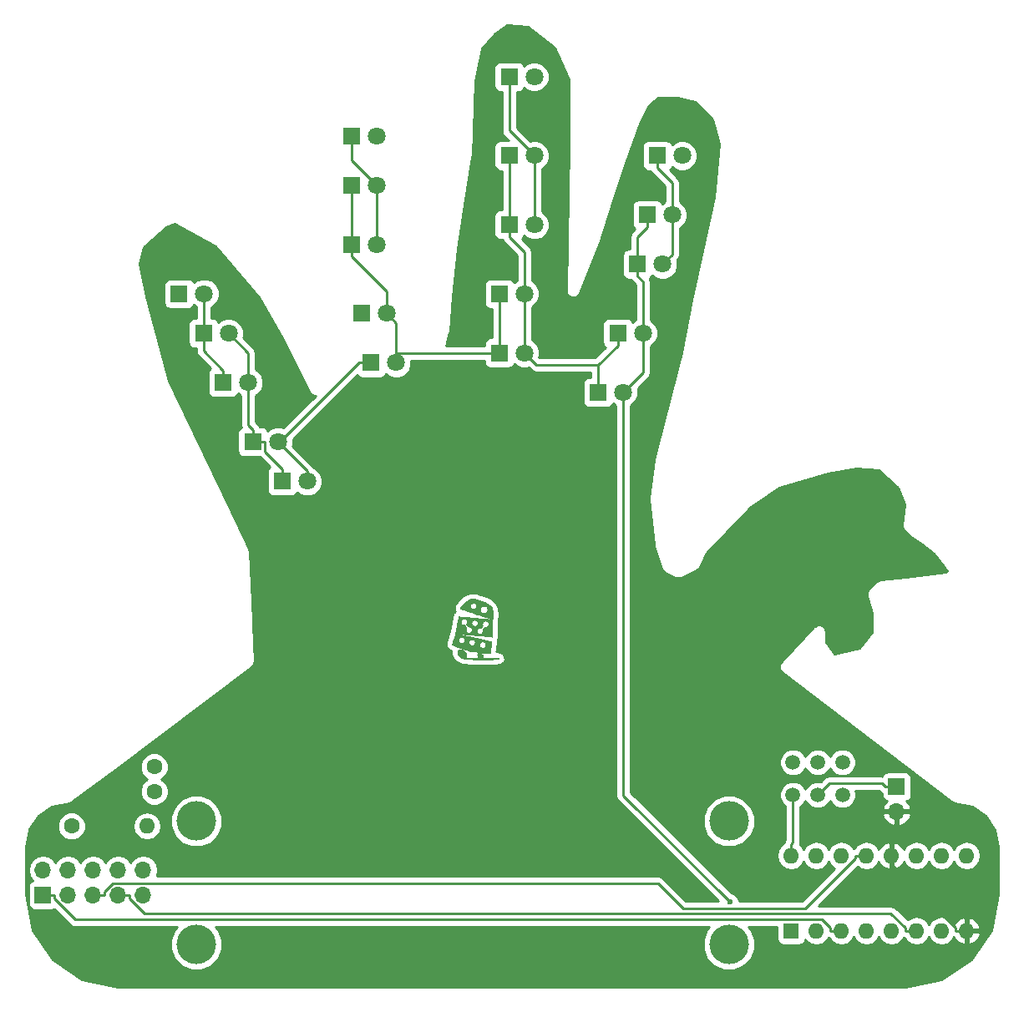
<source format=gbr>
G04 #@! TF.FileFunction,Copper,L2,Bot,Signal*
%FSLAX46Y46*%
G04 Gerber Fmt 4.6, Leading zero omitted, Abs format (unit mm)*
G04 Created by KiCad (PCBNEW 4.0.6) date 11/09/17 18:00:55*
%MOMM*%
%LPD*%
G01*
G04 APERTURE LIST*
%ADD10C,0.100000*%
%ADD11C,0.010000*%
%ADD12C,4.000000*%
%ADD13R,1.800000X1.800000*%
%ADD14C,1.800000*%
%ADD15C,1.600000*%
%ADD16O,1.600000X1.600000*%
%ADD17C,1.500000*%
%ADD18R,1.600000X1.600000*%
%ADD19R,1.700000X1.700000*%
%ADD20O,1.700000X1.700000*%
%ADD21C,0.600000*%
%ADD22C,0.250000*%
%ADD23C,0.254000*%
G04 APERTURE END LIST*
D10*
D11*
G36*
X144679060Y-115112017D02*
X144626758Y-115133739D01*
X144581313Y-115166916D01*
X144526529Y-115230341D01*
X144492586Y-115303592D01*
X144478207Y-115384007D01*
X144482117Y-115468922D01*
X144503038Y-115555673D01*
X144539695Y-115641597D01*
X144590811Y-115724031D01*
X144655110Y-115800311D01*
X144731317Y-115867774D01*
X144818154Y-115923756D01*
X144914345Y-115965594D01*
X144971809Y-115981850D01*
X145049464Y-115996981D01*
X145149972Y-116012190D01*
X145270787Y-116027226D01*
X145409364Y-116041840D01*
X145563158Y-116055781D01*
X145729624Y-116068799D01*
X145906216Y-116080644D01*
X146075400Y-116090289D01*
X146138862Y-116092801D01*
X146224709Y-116094981D01*
X146329927Y-116096827D01*
X146451504Y-116098342D01*
X146586427Y-116099527D01*
X146731684Y-116100382D01*
X146884260Y-116100908D01*
X147041144Y-116101107D01*
X147199322Y-116100981D01*
X147355781Y-116100528D01*
X147507508Y-116099752D01*
X147651491Y-116098653D01*
X147784717Y-116097231D01*
X147904171Y-116095489D01*
X148006843Y-116093426D01*
X148089718Y-116091045D01*
X148126450Y-116089568D01*
X148273542Y-116081593D01*
X148396026Y-116072375D01*
X148494669Y-116061790D01*
X148570239Y-116049716D01*
X148623503Y-116036028D01*
X148655229Y-116020603D01*
X148666183Y-116003317D01*
X148666200Y-116002561D01*
X148656272Y-115978802D01*
X148645359Y-115971119D01*
X148618313Y-115964007D01*
X148576033Y-115957868D01*
X148517282Y-115952660D01*
X148440825Y-115948339D01*
X148345426Y-115944863D01*
X148229851Y-115942189D01*
X148092864Y-115940274D01*
X147933229Y-115939075D01*
X147749710Y-115938549D01*
X147705661Y-115938520D01*
X147018171Y-115938300D01*
X147036811Y-115884325D01*
X147049008Y-115820183D01*
X147041360Y-115751662D01*
X147013274Y-115674194D01*
X147007953Y-115662943D01*
X146964594Y-115594952D01*
X146908731Y-115539475D01*
X146844319Y-115497574D01*
X146775315Y-115470314D01*
X146705675Y-115458756D01*
X146639356Y-115463965D01*
X146580315Y-115487003D01*
X146532508Y-115528934D01*
X146528555Y-115534128D01*
X146503272Y-115588866D01*
X146495977Y-115654959D01*
X146505753Y-115726801D01*
X146531682Y-115798785D01*
X146572848Y-115865303D01*
X146585165Y-115880140D01*
X146636359Y-115938300D01*
X146300793Y-115938300D01*
X146186446Y-115937925D01*
X146055968Y-115936876D01*
X145918616Y-115935269D01*
X145783645Y-115933216D01*
X145660313Y-115930833D01*
X145619974Y-115929902D01*
X145274720Y-115921504D01*
X145298925Y-115894977D01*
X145334491Y-115848468D01*
X145356678Y-115798386D01*
X145367837Y-115737380D01*
X145370407Y-115671600D01*
X145369293Y-115615208D01*
X145364452Y-115572813D01*
X145353439Y-115533742D01*
X145333807Y-115487325D01*
X145322804Y-115463915D01*
X145262882Y-115363635D01*
X145185084Y-115272992D01*
X145094851Y-115197523D01*
X145014950Y-115150631D01*
X144957747Y-115126022D01*
X144906386Y-115111650D01*
X144847625Y-115104204D01*
X144822864Y-115102623D01*
X144742252Y-115102224D01*
X144679060Y-115112017D01*
X144679060Y-115112017D01*
G37*
X144679060Y-115112017D02*
X144626758Y-115133739D01*
X144581313Y-115166916D01*
X144526529Y-115230341D01*
X144492586Y-115303592D01*
X144478207Y-115384007D01*
X144482117Y-115468922D01*
X144503038Y-115555673D01*
X144539695Y-115641597D01*
X144590811Y-115724031D01*
X144655110Y-115800311D01*
X144731317Y-115867774D01*
X144818154Y-115923756D01*
X144914345Y-115965594D01*
X144971809Y-115981850D01*
X145049464Y-115996981D01*
X145149972Y-116012190D01*
X145270787Y-116027226D01*
X145409364Y-116041840D01*
X145563158Y-116055781D01*
X145729624Y-116068799D01*
X145906216Y-116080644D01*
X146075400Y-116090289D01*
X146138862Y-116092801D01*
X146224709Y-116094981D01*
X146329927Y-116096827D01*
X146451504Y-116098342D01*
X146586427Y-116099527D01*
X146731684Y-116100382D01*
X146884260Y-116100908D01*
X147041144Y-116101107D01*
X147199322Y-116100981D01*
X147355781Y-116100528D01*
X147507508Y-116099752D01*
X147651491Y-116098653D01*
X147784717Y-116097231D01*
X147904171Y-116095489D01*
X148006843Y-116093426D01*
X148089718Y-116091045D01*
X148126450Y-116089568D01*
X148273542Y-116081593D01*
X148396026Y-116072375D01*
X148494669Y-116061790D01*
X148570239Y-116049716D01*
X148623503Y-116036028D01*
X148655229Y-116020603D01*
X148666183Y-116003317D01*
X148666200Y-116002561D01*
X148656272Y-115978802D01*
X148645359Y-115971119D01*
X148618313Y-115964007D01*
X148576033Y-115957868D01*
X148517282Y-115952660D01*
X148440825Y-115948339D01*
X148345426Y-115944863D01*
X148229851Y-115942189D01*
X148092864Y-115940274D01*
X147933229Y-115939075D01*
X147749710Y-115938549D01*
X147705661Y-115938520D01*
X147018171Y-115938300D01*
X147036811Y-115884325D01*
X147049008Y-115820183D01*
X147041360Y-115751662D01*
X147013274Y-115674194D01*
X147007953Y-115662943D01*
X146964594Y-115594952D01*
X146908731Y-115539475D01*
X146844319Y-115497574D01*
X146775315Y-115470314D01*
X146705675Y-115458756D01*
X146639356Y-115463965D01*
X146580315Y-115487003D01*
X146532508Y-115528934D01*
X146528555Y-115534128D01*
X146503272Y-115588866D01*
X146495977Y-115654959D01*
X146505753Y-115726801D01*
X146531682Y-115798785D01*
X146572848Y-115865303D01*
X146585165Y-115880140D01*
X146636359Y-115938300D01*
X146300793Y-115938300D01*
X146186446Y-115937925D01*
X146055968Y-115936876D01*
X145918616Y-115935269D01*
X145783645Y-115933216D01*
X145660313Y-115930833D01*
X145619974Y-115929902D01*
X145274720Y-115921504D01*
X145298925Y-115894977D01*
X145334491Y-115848468D01*
X145356678Y-115798386D01*
X145367837Y-115737380D01*
X145370407Y-115671600D01*
X145369293Y-115615208D01*
X145364452Y-115572813D01*
X145353439Y-115533742D01*
X145333807Y-115487325D01*
X145322804Y-115463915D01*
X145262882Y-115363635D01*
X145185084Y-115272992D01*
X145094851Y-115197523D01*
X145014950Y-115150631D01*
X144957747Y-115126022D01*
X144906386Y-115111650D01*
X144847625Y-115104204D01*
X144822864Y-115102623D01*
X144742252Y-115102224D01*
X144679060Y-115112017D01*
G36*
X144273839Y-113499110D02*
X144261113Y-113532066D01*
X144242750Y-113583339D01*
X144219713Y-113649966D01*
X144192965Y-113728982D01*
X144163468Y-113817421D01*
X144132186Y-113912320D01*
X144100080Y-114010711D01*
X144068113Y-114109632D01*
X144037248Y-114206116D01*
X144008447Y-114297200D01*
X143982674Y-114379918D01*
X143960891Y-114451304D01*
X143944060Y-114508395D01*
X143933144Y-114548225D01*
X143929105Y-114567830D01*
X143929101Y-114568117D01*
X143940606Y-114581461D01*
X143973449Y-114602471D01*
X144025114Y-114630075D01*
X144093090Y-114663199D01*
X144174862Y-114700771D01*
X144267918Y-114741719D01*
X144369745Y-114784969D01*
X144477828Y-114829451D01*
X144589656Y-114874090D01*
X144702715Y-114917814D01*
X144814492Y-114959552D01*
X144922473Y-114998230D01*
X144995900Y-115023394D01*
X145396177Y-115146773D01*
X145795429Y-115247740D01*
X146197202Y-115326905D01*
X146605043Y-115384879D01*
X147022502Y-115422272D01*
X147411358Y-115438875D01*
X147775765Y-115446792D01*
X147782478Y-115416321D01*
X147786442Y-115393252D01*
X147792927Y-115349454D01*
X147801536Y-115288024D01*
X147811872Y-115212055D01*
X147823539Y-115124642D01*
X147836140Y-115028880D01*
X147849279Y-114927862D01*
X147862558Y-114824685D01*
X147875582Y-114722441D01*
X147887954Y-114624227D01*
X147891145Y-114598554D01*
X147329934Y-114598554D01*
X147322796Y-114680268D01*
X147294145Y-114758322D01*
X147246227Y-114825481D01*
X147181897Y-114876583D01*
X147105752Y-114908603D01*
X147023572Y-114920779D01*
X146941135Y-114912349D01*
X146864220Y-114882551D01*
X146854935Y-114877072D01*
X146798730Y-114830405D01*
X146750736Y-114768268D01*
X146716979Y-114699568D01*
X146705667Y-114656499D01*
X146704454Y-114573998D01*
X146725522Y-114496248D01*
X146765782Y-114426788D01*
X146821464Y-114369850D01*
X146252643Y-114369850D01*
X146240825Y-114458249D01*
X146206761Y-114536925D01*
X146152529Y-114602614D01*
X146080211Y-114652056D01*
X146069332Y-114657237D01*
X146009837Y-114674385D01*
X145939552Y-114680144D01*
X145870368Y-114674316D01*
X145824168Y-114661329D01*
X145768425Y-114628344D01*
X145714133Y-114579733D01*
X145670192Y-114524156D01*
X145655065Y-114496850D01*
X145638255Y-114442007D01*
X145631242Y-114376187D01*
X145631179Y-114370684D01*
X145642027Y-114286674D01*
X145672825Y-114213361D01*
X145719970Y-114152360D01*
X145730933Y-114143742D01*
X145206593Y-114143742D01*
X145194835Y-114221266D01*
X145162436Y-114294019D01*
X145110119Y-114358415D01*
X145038606Y-114410868D01*
X145008600Y-114426002D01*
X144928128Y-114448946D01*
X144844519Y-114446894D01*
X144791994Y-114433100D01*
X144711790Y-114392714D01*
X144648190Y-114333386D01*
X144618359Y-114290044D01*
X144598264Y-114251055D01*
X144587511Y-114213928D01*
X144583475Y-114167571D01*
X144583150Y-114141250D01*
X144589250Y-114063240D01*
X144609649Y-113999903D01*
X144647501Y-113943087D01*
X144668792Y-113919789D01*
X144739213Y-113864101D01*
X144816605Y-113831530D01*
X144897390Y-113822089D01*
X144977994Y-113835789D01*
X145054841Y-113872641D01*
X145110805Y-113918395D01*
X145165300Y-113988721D01*
X145196988Y-114065032D01*
X145206593Y-114143742D01*
X145730933Y-114143742D01*
X145779858Y-114105285D01*
X145848885Y-114073748D01*
X145923448Y-114059364D01*
X145999944Y-114063746D01*
X146074767Y-114088509D01*
X146144316Y-114135265D01*
X146148497Y-114139039D01*
X146204746Y-114201984D01*
X146238355Y-114269079D01*
X146252022Y-114346299D01*
X146252643Y-114369850D01*
X146821464Y-114369850D01*
X146822144Y-114369155D01*
X146891518Y-114326885D01*
X146970816Y-114303515D01*
X147017059Y-114300000D01*
X147092673Y-114306598D01*
X147155738Y-114328856D01*
X147216109Y-114370462D01*
X147224512Y-114377693D01*
X147280567Y-114442642D01*
X147315783Y-114517804D01*
X147329934Y-114598554D01*
X147891145Y-114598554D01*
X147899277Y-114533135D01*
X147909155Y-114452262D01*
X147917190Y-114384702D01*
X147922987Y-114333548D01*
X147926149Y-114301897D01*
X147926484Y-114292650D01*
X147913724Y-114289354D01*
X147877829Y-114280983D01*
X147820475Y-114267908D01*
X147743337Y-114250497D01*
X147648090Y-114229121D01*
X147536410Y-114204149D01*
X147409971Y-114175952D01*
X147270449Y-114144900D01*
X147119518Y-114111362D01*
X146958855Y-114075708D01*
X146790134Y-114038308D01*
X146615031Y-113999533D01*
X146435220Y-113959751D01*
X146252376Y-113919334D01*
X146068176Y-113878650D01*
X145884294Y-113838070D01*
X145702406Y-113797963D01*
X145524185Y-113758700D01*
X145351309Y-113720651D01*
X145185451Y-113684184D01*
X145028287Y-113649672D01*
X144881493Y-113617482D01*
X144746743Y-113587985D01*
X144625713Y-113561551D01*
X144520077Y-113538551D01*
X144431511Y-113519353D01*
X144361691Y-113504327D01*
X144312290Y-113493844D01*
X144284985Y-113488274D01*
X144279967Y-113487439D01*
X144273839Y-113499110D01*
X144273839Y-113499110D01*
G37*
X144273839Y-113499110D02*
X144261113Y-113532066D01*
X144242750Y-113583339D01*
X144219713Y-113649966D01*
X144192965Y-113728982D01*
X144163468Y-113817421D01*
X144132186Y-113912320D01*
X144100080Y-114010711D01*
X144068113Y-114109632D01*
X144037248Y-114206116D01*
X144008447Y-114297200D01*
X143982674Y-114379918D01*
X143960891Y-114451304D01*
X143944060Y-114508395D01*
X143933144Y-114548225D01*
X143929105Y-114567830D01*
X143929101Y-114568117D01*
X143940606Y-114581461D01*
X143973449Y-114602471D01*
X144025114Y-114630075D01*
X144093090Y-114663199D01*
X144174862Y-114700771D01*
X144267918Y-114741719D01*
X144369745Y-114784969D01*
X144477828Y-114829451D01*
X144589656Y-114874090D01*
X144702715Y-114917814D01*
X144814492Y-114959552D01*
X144922473Y-114998230D01*
X144995900Y-115023394D01*
X145396177Y-115146773D01*
X145795429Y-115247740D01*
X146197202Y-115326905D01*
X146605043Y-115384879D01*
X147022502Y-115422272D01*
X147411358Y-115438875D01*
X147775765Y-115446792D01*
X147782478Y-115416321D01*
X147786442Y-115393252D01*
X147792927Y-115349454D01*
X147801536Y-115288024D01*
X147811872Y-115212055D01*
X147823539Y-115124642D01*
X147836140Y-115028880D01*
X147849279Y-114927862D01*
X147862558Y-114824685D01*
X147875582Y-114722441D01*
X147887954Y-114624227D01*
X147891145Y-114598554D01*
X147329934Y-114598554D01*
X147322796Y-114680268D01*
X147294145Y-114758322D01*
X147246227Y-114825481D01*
X147181897Y-114876583D01*
X147105752Y-114908603D01*
X147023572Y-114920779D01*
X146941135Y-114912349D01*
X146864220Y-114882551D01*
X146854935Y-114877072D01*
X146798730Y-114830405D01*
X146750736Y-114768268D01*
X146716979Y-114699568D01*
X146705667Y-114656499D01*
X146704454Y-114573998D01*
X146725522Y-114496248D01*
X146765782Y-114426788D01*
X146821464Y-114369850D01*
X146252643Y-114369850D01*
X146240825Y-114458249D01*
X146206761Y-114536925D01*
X146152529Y-114602614D01*
X146080211Y-114652056D01*
X146069332Y-114657237D01*
X146009837Y-114674385D01*
X145939552Y-114680144D01*
X145870368Y-114674316D01*
X145824168Y-114661329D01*
X145768425Y-114628344D01*
X145714133Y-114579733D01*
X145670192Y-114524156D01*
X145655065Y-114496850D01*
X145638255Y-114442007D01*
X145631242Y-114376187D01*
X145631179Y-114370684D01*
X145642027Y-114286674D01*
X145672825Y-114213361D01*
X145719970Y-114152360D01*
X145730933Y-114143742D01*
X145206593Y-114143742D01*
X145194835Y-114221266D01*
X145162436Y-114294019D01*
X145110119Y-114358415D01*
X145038606Y-114410868D01*
X145008600Y-114426002D01*
X144928128Y-114448946D01*
X144844519Y-114446894D01*
X144791994Y-114433100D01*
X144711790Y-114392714D01*
X144648190Y-114333386D01*
X144618359Y-114290044D01*
X144598264Y-114251055D01*
X144587511Y-114213928D01*
X144583475Y-114167571D01*
X144583150Y-114141250D01*
X144589250Y-114063240D01*
X144609649Y-113999903D01*
X144647501Y-113943087D01*
X144668792Y-113919789D01*
X144739213Y-113864101D01*
X144816605Y-113831530D01*
X144897390Y-113822089D01*
X144977994Y-113835789D01*
X145054841Y-113872641D01*
X145110805Y-113918395D01*
X145165300Y-113988721D01*
X145196988Y-114065032D01*
X145206593Y-114143742D01*
X145730933Y-114143742D01*
X145779858Y-114105285D01*
X145848885Y-114073748D01*
X145923448Y-114059364D01*
X145999944Y-114063746D01*
X146074767Y-114088509D01*
X146144316Y-114135265D01*
X146148497Y-114139039D01*
X146204746Y-114201984D01*
X146238355Y-114269079D01*
X146252022Y-114346299D01*
X146252643Y-114369850D01*
X146821464Y-114369850D01*
X146822144Y-114369155D01*
X146891518Y-114326885D01*
X146970816Y-114303515D01*
X147017059Y-114300000D01*
X147092673Y-114306598D01*
X147155738Y-114328856D01*
X147216109Y-114370462D01*
X147224512Y-114377693D01*
X147280567Y-114442642D01*
X147315783Y-114517804D01*
X147329934Y-114598554D01*
X147891145Y-114598554D01*
X147899277Y-114533135D01*
X147909155Y-114452262D01*
X147917190Y-114384702D01*
X147922987Y-114333548D01*
X147926149Y-114301897D01*
X147926484Y-114292650D01*
X147913724Y-114289354D01*
X147877829Y-114280983D01*
X147820475Y-114267908D01*
X147743337Y-114250497D01*
X147648090Y-114229121D01*
X147536410Y-114204149D01*
X147409971Y-114175952D01*
X147270449Y-114144900D01*
X147119518Y-114111362D01*
X146958855Y-114075708D01*
X146790134Y-114038308D01*
X146615031Y-113999533D01*
X146435220Y-113959751D01*
X146252376Y-113919334D01*
X146068176Y-113878650D01*
X145884294Y-113838070D01*
X145702406Y-113797963D01*
X145524185Y-113758700D01*
X145351309Y-113720651D01*
X145185451Y-113684184D01*
X145028287Y-113649672D01*
X144881493Y-113617482D01*
X144746743Y-113587985D01*
X144625713Y-113561551D01*
X144520077Y-113538551D01*
X144431511Y-113519353D01*
X144361691Y-113504327D01*
X144312290Y-113493844D01*
X144284985Y-113488274D01*
X144279967Y-113487439D01*
X144273839Y-113499110D01*
G36*
X144592182Y-111765784D02*
X144588946Y-111778871D01*
X144581639Y-111814383D01*
X144570721Y-111869848D01*
X144556649Y-111942792D01*
X144539883Y-112030742D01*
X144520879Y-112131225D01*
X144500096Y-112241766D01*
X144477993Y-112359893D01*
X144455027Y-112483132D01*
X144431657Y-112609010D01*
X144408342Y-112735053D01*
X144385539Y-112858788D01*
X144363707Y-112977741D01*
X144343303Y-113089439D01*
X144324787Y-113191409D01*
X144308615Y-113281177D01*
X144295248Y-113356270D01*
X144285142Y-113414214D01*
X144278756Y-113452537D01*
X144276549Y-113468763D01*
X144276613Y-113469143D01*
X144289234Y-113470355D01*
X144325746Y-113473671D01*
X144384740Y-113478967D01*
X144464804Y-113486118D01*
X144564528Y-113494999D01*
X144682501Y-113505484D01*
X144817313Y-113517448D01*
X144967554Y-113530767D01*
X145131813Y-113545315D01*
X145308679Y-113560967D01*
X145496742Y-113577598D01*
X145694592Y-113595083D01*
X145900818Y-113613296D01*
X146107150Y-113631508D01*
X146320920Y-113650390D01*
X146528161Y-113668734D01*
X146727422Y-113686408D01*
X146917251Y-113703283D01*
X147096198Y-113719229D01*
X147262810Y-113734114D01*
X147415636Y-113747810D01*
X147553224Y-113760185D01*
X147674124Y-113771109D01*
X147776884Y-113780453D01*
X147860052Y-113788085D01*
X147922177Y-113793875D01*
X147961807Y-113797694D01*
X147977225Y-113799365D01*
X148018500Y-113805850D01*
X148018500Y-112487148D01*
X147619796Y-112487148D01*
X147613810Y-112563856D01*
X147588324Y-112637588D01*
X147543348Y-112704508D01*
X147478896Y-112760779D01*
X147446768Y-112779922D01*
X147408415Y-112798827D01*
X147376889Y-112809164D01*
X147342355Y-112812714D01*
X147294977Y-112811260D01*
X147279255Y-112810277D01*
X147181360Y-112803874D01*
X147091930Y-112913762D01*
X147047458Y-112971140D01*
X147020016Y-113012925D01*
X147010153Y-113038244D01*
X147010787Y-113042700D01*
X147018411Y-113065028D01*
X147029324Y-113102493D01*
X147037554Y-113133173D01*
X147047531Y-113177919D01*
X147049214Y-113212494D01*
X147042374Y-113250291D01*
X147035110Y-113276573D01*
X146999034Y-113356665D01*
X146942603Y-113424692D01*
X146869706Y-113476167D01*
X146856450Y-113482718D01*
X146776875Y-113507949D01*
X146696355Y-113508708D01*
X146632577Y-113493195D01*
X146555411Y-113455110D01*
X146495251Y-113401745D01*
X146452427Y-113336981D01*
X146427269Y-113264698D01*
X146420107Y-113188775D01*
X146431270Y-113113093D01*
X146439434Y-113093500D01*
X145947843Y-113093500D01*
X145936606Y-113178544D01*
X145905211Y-113253688D01*
X145857130Y-113316651D01*
X145795834Y-113365155D01*
X145724794Y-113396923D01*
X145647484Y-113409675D01*
X145567374Y-113401134D01*
X145510250Y-113380681D01*
X145435204Y-113332888D01*
X145377998Y-113271156D01*
X145340004Y-113199313D01*
X145322593Y-113121188D01*
X145327138Y-113040611D01*
X145355009Y-112961412D01*
X145358032Y-112955717D01*
X145392504Y-112892381D01*
X145305327Y-112752507D01*
X145218150Y-112612634D01*
X145172128Y-112619484D01*
X145111835Y-112618482D01*
X145044343Y-112601725D01*
X144979302Y-112572465D01*
X144930956Y-112538233D01*
X144874525Y-112476341D01*
X144840572Y-112410499D01*
X144826275Y-112334503D01*
X144825390Y-112306100D01*
X144836589Y-112217022D01*
X144870003Y-112140167D01*
X144925359Y-112075948D01*
X145002383Y-112024781D01*
X145014950Y-112018650D01*
X145096495Y-111993487D01*
X145178697Y-111992779D01*
X145258274Y-112015888D01*
X145331943Y-112062176D01*
X145357111Y-112085115D01*
X145411087Y-112155529D01*
X145442267Y-112233901D01*
X145450112Y-112316511D01*
X145434084Y-112399639D01*
X145410314Y-112452715D01*
X145379294Y-112508217D01*
X145466318Y-112645283D01*
X145553342Y-112782350D01*
X145627046Y-112783174D01*
X145715306Y-112795443D01*
X145793669Y-112828236D01*
X145859108Y-112878624D01*
X145908594Y-112943676D01*
X145939099Y-113020464D01*
X145947843Y-113093500D01*
X146439434Y-113093500D01*
X146461089Y-113041531D01*
X146509893Y-112977970D01*
X146578011Y-112926288D01*
X146584092Y-112922899D01*
X146655597Y-112895527D01*
X146733645Y-112884663D01*
X146807374Y-112891688D01*
X146814712Y-112893600D01*
X146830602Y-112896317D01*
X146845731Y-112892649D01*
X146863810Y-112879577D01*
X146888550Y-112854082D01*
X146923662Y-112813146D01*
X146944701Y-112787835D01*
X147040228Y-112672419D01*
X147018525Y-112632134D01*
X147002430Y-112583064D01*
X146996049Y-112520397D01*
X146999183Y-112453924D01*
X147010005Y-112401350D01*
X146519343Y-112401350D01*
X146507820Y-112489881D01*
X146475045Y-112567240D01*
X146423705Y-112630738D01*
X146356488Y-112677687D01*
X146276083Y-112705399D01*
X146208750Y-112711942D01*
X146142613Y-112706253D01*
X146086222Y-112690799D01*
X146081469Y-112688737D01*
X146007018Y-112641729D01*
X145950200Y-112577950D01*
X145913176Y-112500779D01*
X145898111Y-112413591D01*
X145897879Y-112402184D01*
X145908115Y-112317693D01*
X145940425Y-112243814D01*
X145996204Y-112177533D01*
X146005863Y-112168778D01*
X146079433Y-112119452D01*
X146158946Y-112093661D01*
X146240845Y-112091385D01*
X146321577Y-112112601D01*
X146397587Y-112157287D01*
X146414524Y-112171318D01*
X146471393Y-112233338D01*
X146505345Y-112301283D01*
X146518863Y-112380598D01*
X146519343Y-112401350D01*
X147010005Y-112401350D01*
X147011635Y-112393436D01*
X147023940Y-112363250D01*
X147075080Y-112291802D01*
X147140467Y-112238527D01*
X147215912Y-112204768D01*
X147297228Y-112191865D01*
X147380226Y-112201161D01*
X147448493Y-112227267D01*
X147520630Y-112277522D01*
X147573218Y-112340145D01*
X147606269Y-112411299D01*
X147619796Y-112487148D01*
X148018500Y-112487148D01*
X148018500Y-112065950D01*
X147977225Y-112059186D01*
X147958523Y-112057065D01*
X147916444Y-112052906D01*
X147852920Y-112046886D01*
X147769876Y-112039178D01*
X147669243Y-112029959D01*
X147552948Y-112019404D01*
X147422920Y-112007687D01*
X147281087Y-111994985D01*
X147129377Y-111981472D01*
X146969719Y-111967324D01*
X146856450Y-111957329D01*
X146675361Y-111941369D01*
X146488421Y-111924878D01*
X146299068Y-111908161D01*
X146110740Y-111891521D01*
X145926875Y-111875263D01*
X145750910Y-111859690D01*
X145586284Y-111845108D01*
X145436433Y-111831819D01*
X145304796Y-111820129D01*
X145194810Y-111810340D01*
X145188775Y-111809802D01*
X145069164Y-111799331D01*
X144957359Y-111789911D01*
X144855890Y-111781731D01*
X144767286Y-111774976D01*
X144694078Y-111769834D01*
X144638795Y-111766491D01*
X144603968Y-111765134D01*
X144592182Y-111765784D01*
X144592182Y-111765784D01*
G37*
X144592182Y-111765784D02*
X144588946Y-111778871D01*
X144581639Y-111814383D01*
X144570721Y-111869848D01*
X144556649Y-111942792D01*
X144539883Y-112030742D01*
X144520879Y-112131225D01*
X144500096Y-112241766D01*
X144477993Y-112359893D01*
X144455027Y-112483132D01*
X144431657Y-112609010D01*
X144408342Y-112735053D01*
X144385539Y-112858788D01*
X144363707Y-112977741D01*
X144343303Y-113089439D01*
X144324787Y-113191409D01*
X144308615Y-113281177D01*
X144295248Y-113356270D01*
X144285142Y-113414214D01*
X144278756Y-113452537D01*
X144276549Y-113468763D01*
X144276613Y-113469143D01*
X144289234Y-113470355D01*
X144325746Y-113473671D01*
X144384740Y-113478967D01*
X144464804Y-113486118D01*
X144564528Y-113494999D01*
X144682501Y-113505484D01*
X144817313Y-113517448D01*
X144967554Y-113530767D01*
X145131813Y-113545315D01*
X145308679Y-113560967D01*
X145496742Y-113577598D01*
X145694592Y-113595083D01*
X145900818Y-113613296D01*
X146107150Y-113631508D01*
X146320920Y-113650390D01*
X146528161Y-113668734D01*
X146727422Y-113686408D01*
X146917251Y-113703283D01*
X147096198Y-113719229D01*
X147262810Y-113734114D01*
X147415636Y-113747810D01*
X147553224Y-113760185D01*
X147674124Y-113771109D01*
X147776884Y-113780453D01*
X147860052Y-113788085D01*
X147922177Y-113793875D01*
X147961807Y-113797694D01*
X147977225Y-113799365D01*
X148018500Y-113805850D01*
X148018500Y-112487148D01*
X147619796Y-112487148D01*
X147613810Y-112563856D01*
X147588324Y-112637588D01*
X147543348Y-112704508D01*
X147478896Y-112760779D01*
X147446768Y-112779922D01*
X147408415Y-112798827D01*
X147376889Y-112809164D01*
X147342355Y-112812714D01*
X147294977Y-112811260D01*
X147279255Y-112810277D01*
X147181360Y-112803874D01*
X147091930Y-112913762D01*
X147047458Y-112971140D01*
X147020016Y-113012925D01*
X147010153Y-113038244D01*
X147010787Y-113042700D01*
X147018411Y-113065028D01*
X147029324Y-113102493D01*
X147037554Y-113133173D01*
X147047531Y-113177919D01*
X147049214Y-113212494D01*
X147042374Y-113250291D01*
X147035110Y-113276573D01*
X146999034Y-113356665D01*
X146942603Y-113424692D01*
X146869706Y-113476167D01*
X146856450Y-113482718D01*
X146776875Y-113507949D01*
X146696355Y-113508708D01*
X146632577Y-113493195D01*
X146555411Y-113455110D01*
X146495251Y-113401745D01*
X146452427Y-113336981D01*
X146427269Y-113264698D01*
X146420107Y-113188775D01*
X146431270Y-113113093D01*
X146439434Y-113093500D01*
X145947843Y-113093500D01*
X145936606Y-113178544D01*
X145905211Y-113253688D01*
X145857130Y-113316651D01*
X145795834Y-113365155D01*
X145724794Y-113396923D01*
X145647484Y-113409675D01*
X145567374Y-113401134D01*
X145510250Y-113380681D01*
X145435204Y-113332888D01*
X145377998Y-113271156D01*
X145340004Y-113199313D01*
X145322593Y-113121188D01*
X145327138Y-113040611D01*
X145355009Y-112961412D01*
X145358032Y-112955717D01*
X145392504Y-112892381D01*
X145305327Y-112752507D01*
X145218150Y-112612634D01*
X145172128Y-112619484D01*
X145111835Y-112618482D01*
X145044343Y-112601725D01*
X144979302Y-112572465D01*
X144930956Y-112538233D01*
X144874525Y-112476341D01*
X144840572Y-112410499D01*
X144826275Y-112334503D01*
X144825390Y-112306100D01*
X144836589Y-112217022D01*
X144870003Y-112140167D01*
X144925359Y-112075948D01*
X145002383Y-112024781D01*
X145014950Y-112018650D01*
X145096495Y-111993487D01*
X145178697Y-111992779D01*
X145258274Y-112015888D01*
X145331943Y-112062176D01*
X145357111Y-112085115D01*
X145411087Y-112155529D01*
X145442267Y-112233901D01*
X145450112Y-112316511D01*
X145434084Y-112399639D01*
X145410314Y-112452715D01*
X145379294Y-112508217D01*
X145466318Y-112645283D01*
X145553342Y-112782350D01*
X145627046Y-112783174D01*
X145715306Y-112795443D01*
X145793669Y-112828236D01*
X145859108Y-112878624D01*
X145908594Y-112943676D01*
X145939099Y-113020464D01*
X145947843Y-113093500D01*
X146439434Y-113093500D01*
X146461089Y-113041531D01*
X146509893Y-112977970D01*
X146578011Y-112926288D01*
X146584092Y-112922899D01*
X146655597Y-112895527D01*
X146733645Y-112884663D01*
X146807374Y-112891688D01*
X146814712Y-112893600D01*
X146830602Y-112896317D01*
X146845731Y-112892649D01*
X146863810Y-112879577D01*
X146888550Y-112854082D01*
X146923662Y-112813146D01*
X146944701Y-112787835D01*
X147040228Y-112672419D01*
X147018525Y-112632134D01*
X147002430Y-112583064D01*
X146996049Y-112520397D01*
X146999183Y-112453924D01*
X147010005Y-112401350D01*
X146519343Y-112401350D01*
X146507820Y-112489881D01*
X146475045Y-112567240D01*
X146423705Y-112630738D01*
X146356488Y-112677687D01*
X146276083Y-112705399D01*
X146208750Y-112711942D01*
X146142613Y-112706253D01*
X146086222Y-112690799D01*
X146081469Y-112688737D01*
X146007018Y-112641729D01*
X145950200Y-112577950D01*
X145913176Y-112500779D01*
X145898111Y-112413591D01*
X145897879Y-112402184D01*
X145908115Y-112317693D01*
X145940425Y-112243814D01*
X145996204Y-112177533D01*
X146005863Y-112168778D01*
X146079433Y-112119452D01*
X146158946Y-112093661D01*
X146240845Y-112091385D01*
X146321577Y-112112601D01*
X146397587Y-112157287D01*
X146414524Y-112171318D01*
X146471393Y-112233338D01*
X146505345Y-112301283D01*
X146518863Y-112380598D01*
X146519343Y-112401350D01*
X147010005Y-112401350D01*
X147011635Y-112393436D01*
X147023940Y-112363250D01*
X147075080Y-112291802D01*
X147140467Y-112238527D01*
X147215912Y-112204768D01*
X147297228Y-112191865D01*
X147380226Y-112201161D01*
X147448493Y-112227267D01*
X147520630Y-112277522D01*
X147573218Y-112340145D01*
X147606269Y-112411299D01*
X147619796Y-112487148D01*
X148018500Y-112487148D01*
X148018500Y-112065950D01*
X147977225Y-112059186D01*
X147958523Y-112057065D01*
X147916444Y-112052906D01*
X147852920Y-112046886D01*
X147769876Y-112039178D01*
X147669243Y-112029959D01*
X147552948Y-112019404D01*
X147422920Y-112007687D01*
X147281087Y-111994985D01*
X147129377Y-111981472D01*
X146969719Y-111967324D01*
X146856450Y-111957329D01*
X146675361Y-111941369D01*
X146488421Y-111924878D01*
X146299068Y-111908161D01*
X146110740Y-111891521D01*
X145926875Y-111875263D01*
X145750910Y-111859690D01*
X145586284Y-111845108D01*
X145436433Y-111831819D01*
X145304796Y-111820129D01*
X145194810Y-111810340D01*
X145188775Y-111809802D01*
X145069164Y-111799331D01*
X144957359Y-111789911D01*
X144855890Y-111781731D01*
X144767286Y-111774976D01*
X144694078Y-111769834D01*
X144638795Y-111766491D01*
X144603968Y-111765134D01*
X144592182Y-111765784D01*
G36*
X145916968Y-109962278D02*
X145838881Y-109972414D01*
X145821400Y-109976060D01*
X145677284Y-110019754D01*
X145539132Y-110083401D01*
X145404662Y-110168401D01*
X145271592Y-110276154D01*
X145166200Y-110378034D01*
X145010295Y-110555096D01*
X144877123Y-110740859D01*
X144803725Y-110864077D01*
X144768985Y-110927004D01*
X145387268Y-111140616D01*
X145502437Y-111180405D01*
X145638046Y-111227255D01*
X145790525Y-111279931D01*
X145956306Y-111337201D01*
X146131819Y-111397833D01*
X146313495Y-111460593D01*
X146497766Y-111524249D01*
X146681063Y-111587567D01*
X146859817Y-111649315D01*
X147002500Y-111698602D01*
X147155298Y-111751387D01*
X147301291Y-111801830D01*
X147438681Y-111849309D01*
X147565670Y-111893202D01*
X147680463Y-111932889D01*
X147781261Y-111967747D01*
X147866267Y-111997155D01*
X147933684Y-112020492D01*
X147981714Y-112037136D01*
X148008561Y-112046465D01*
X148013699Y-112048273D01*
X148022487Y-112038719D01*
X148032921Y-112004960D01*
X148044700Y-111948113D01*
X148051229Y-111909959D01*
X148062931Y-111816897D01*
X148070752Y-111710319D01*
X148074678Y-111596797D01*
X148074694Y-111482905D01*
X148070785Y-111375214D01*
X148062934Y-111280298D01*
X148052842Y-111212997D01*
X148006954Y-111036639D01*
X148002431Y-111025395D01*
X147522415Y-111025395D01*
X147520508Y-111072383D01*
X147509346Y-111158584D01*
X147487837Y-111221679D01*
X147453752Y-111271572D01*
X147404856Y-111323162D01*
X147349198Y-111369224D01*
X147294831Y-111402538D01*
X147278413Y-111409552D01*
X147217977Y-111423093D01*
X147145730Y-111426431D01*
X147071905Y-111420111D01*
X147006738Y-111404676D01*
X146980613Y-111393717D01*
X146902047Y-111340309D01*
X146841489Y-111272528D01*
X146799566Y-111194233D01*
X146776903Y-111109282D01*
X146774126Y-111021531D01*
X146791860Y-110934839D01*
X146830731Y-110853062D01*
X146882473Y-110788674D01*
X146957198Y-110730264D01*
X147034232Y-110696244D01*
X146413491Y-110696244D01*
X146397125Y-110779716D01*
X146379210Y-110821828D01*
X146349463Y-110865273D01*
X146306297Y-110910447D01*
X146257714Y-110950206D01*
X146211720Y-110977409D01*
X146199669Y-110982039D01*
X146133159Y-110994287D01*
X146060496Y-110993490D01*
X145996000Y-110979880D01*
X145919860Y-110940139D01*
X145858565Y-110882902D01*
X145814374Y-110812493D01*
X145789549Y-110733239D01*
X145786353Y-110649464D01*
X145796105Y-110597576D01*
X145818187Y-110546962D01*
X145854486Y-110493468D01*
X145867591Y-110478047D01*
X145936520Y-110418033D01*
X146012449Y-110381172D01*
X146092100Y-110367567D01*
X146172193Y-110377321D01*
X146249447Y-110410535D01*
X146317305Y-110463995D01*
X146373111Y-110535667D01*
X146405330Y-110613989D01*
X146413491Y-110696244D01*
X147034232Y-110696244D01*
X147039638Y-110693857D01*
X147126122Y-110678748D01*
X147212983Y-110684233D01*
X147296552Y-110709608D01*
X147373160Y-110754167D01*
X147439137Y-110817208D01*
X147490816Y-110898026D01*
X147494657Y-110906185D01*
X147511487Y-110947131D01*
X147520192Y-110983349D01*
X147522415Y-111025395D01*
X148002431Y-111025395D01*
X147942841Y-110877271D01*
X147860829Y-110735321D01*
X147761243Y-110611216D01*
X147644409Y-110505383D01*
X147510653Y-110418248D01*
X147410159Y-110369879D01*
X147370248Y-110354064D01*
X147311034Y-110331925D01*
X147235758Y-110304577D01*
X147147662Y-110273134D01*
X147049987Y-110238710D01*
X146945974Y-110202420D01*
X146838863Y-110165379D01*
X146731898Y-110128701D01*
X146628317Y-110093501D01*
X146531364Y-110060893D01*
X146444278Y-110031992D01*
X146370302Y-110007913D01*
X146312676Y-109989769D01*
X146274642Y-109978676D01*
X146266828Y-109976726D01*
X146192294Y-109964893D01*
X146102953Y-109958531D01*
X146008085Y-109957654D01*
X145916968Y-109962278D01*
X145916968Y-109962278D01*
G37*
X145916968Y-109962278D02*
X145838881Y-109972414D01*
X145821400Y-109976060D01*
X145677284Y-110019754D01*
X145539132Y-110083401D01*
X145404662Y-110168401D01*
X145271592Y-110276154D01*
X145166200Y-110378034D01*
X145010295Y-110555096D01*
X144877123Y-110740859D01*
X144803725Y-110864077D01*
X144768985Y-110927004D01*
X145387268Y-111140616D01*
X145502437Y-111180405D01*
X145638046Y-111227255D01*
X145790525Y-111279931D01*
X145956306Y-111337201D01*
X146131819Y-111397833D01*
X146313495Y-111460593D01*
X146497766Y-111524249D01*
X146681063Y-111587567D01*
X146859817Y-111649315D01*
X147002500Y-111698602D01*
X147155298Y-111751387D01*
X147301291Y-111801830D01*
X147438681Y-111849309D01*
X147565670Y-111893202D01*
X147680463Y-111932889D01*
X147781261Y-111967747D01*
X147866267Y-111997155D01*
X147933684Y-112020492D01*
X147981714Y-112037136D01*
X148008561Y-112046465D01*
X148013699Y-112048273D01*
X148022487Y-112038719D01*
X148032921Y-112004960D01*
X148044700Y-111948113D01*
X148051229Y-111909959D01*
X148062931Y-111816897D01*
X148070752Y-111710319D01*
X148074678Y-111596797D01*
X148074694Y-111482905D01*
X148070785Y-111375214D01*
X148062934Y-111280298D01*
X148052842Y-111212997D01*
X148006954Y-111036639D01*
X148002431Y-111025395D01*
X147522415Y-111025395D01*
X147520508Y-111072383D01*
X147509346Y-111158584D01*
X147487837Y-111221679D01*
X147453752Y-111271572D01*
X147404856Y-111323162D01*
X147349198Y-111369224D01*
X147294831Y-111402538D01*
X147278413Y-111409552D01*
X147217977Y-111423093D01*
X147145730Y-111426431D01*
X147071905Y-111420111D01*
X147006738Y-111404676D01*
X146980613Y-111393717D01*
X146902047Y-111340309D01*
X146841489Y-111272528D01*
X146799566Y-111194233D01*
X146776903Y-111109282D01*
X146774126Y-111021531D01*
X146791860Y-110934839D01*
X146830731Y-110853062D01*
X146882473Y-110788674D01*
X146957198Y-110730264D01*
X147034232Y-110696244D01*
X146413491Y-110696244D01*
X146397125Y-110779716D01*
X146379210Y-110821828D01*
X146349463Y-110865273D01*
X146306297Y-110910447D01*
X146257714Y-110950206D01*
X146211720Y-110977409D01*
X146199669Y-110982039D01*
X146133159Y-110994287D01*
X146060496Y-110993490D01*
X145996000Y-110979880D01*
X145919860Y-110940139D01*
X145858565Y-110882902D01*
X145814374Y-110812493D01*
X145789549Y-110733239D01*
X145786353Y-110649464D01*
X145796105Y-110597576D01*
X145818187Y-110546962D01*
X145854486Y-110493468D01*
X145867591Y-110478047D01*
X145936520Y-110418033D01*
X146012449Y-110381172D01*
X146092100Y-110367567D01*
X146172193Y-110377321D01*
X146249447Y-110410535D01*
X146317305Y-110463995D01*
X146373111Y-110535667D01*
X146405330Y-110613989D01*
X146413491Y-110696244D01*
X147034232Y-110696244D01*
X147039638Y-110693857D01*
X147126122Y-110678748D01*
X147212983Y-110684233D01*
X147296552Y-110709608D01*
X147373160Y-110754167D01*
X147439137Y-110817208D01*
X147490816Y-110898026D01*
X147494657Y-110906185D01*
X147511487Y-110947131D01*
X147520192Y-110983349D01*
X147522415Y-111025395D01*
X148002431Y-111025395D01*
X147942841Y-110877271D01*
X147860829Y-110735321D01*
X147761243Y-110611216D01*
X147644409Y-110505383D01*
X147510653Y-110418248D01*
X147410159Y-110369879D01*
X147370248Y-110354064D01*
X147311034Y-110331925D01*
X147235758Y-110304577D01*
X147147662Y-110273134D01*
X147049987Y-110238710D01*
X146945974Y-110202420D01*
X146838863Y-110165379D01*
X146731898Y-110128701D01*
X146628317Y-110093501D01*
X146531364Y-110060893D01*
X146444278Y-110031992D01*
X146370302Y-110007913D01*
X146312676Y-109989769D01*
X146274642Y-109978676D01*
X146266828Y-109976726D01*
X146192294Y-109964893D01*
X146102953Y-109958531D01*
X146008085Y-109957654D01*
X145916968Y-109962278D01*
D12*
X172000000Y-145000000D03*
X118000000Y-132500000D03*
X172000000Y-132500000D03*
D13*
X116270000Y-79032000D03*
D14*
X118810000Y-79032000D03*
D13*
X120730000Y-88032000D03*
D14*
X123270000Y-88032000D03*
D13*
X126730000Y-98032000D03*
D14*
X129270000Y-98032000D03*
D13*
X118730000Y-83032000D03*
D14*
X121270000Y-83032000D03*
D13*
X123730000Y-94032000D03*
D14*
X126270000Y-94032000D03*
D13*
X133730000Y-63032000D03*
D14*
X136270000Y-63032000D03*
D13*
X133730000Y-74032000D03*
D14*
X136270000Y-74032000D03*
D13*
X135730000Y-86032000D03*
D14*
X138270000Y-86032000D03*
D13*
X133730000Y-68032000D03*
D14*
X136270000Y-68032000D03*
D13*
X134730000Y-81032000D03*
D14*
X137270000Y-81032000D03*
D13*
X149730000Y-57032000D03*
D14*
X152270000Y-57032000D03*
D13*
X149730000Y-72032000D03*
D14*
X152270000Y-72032000D03*
D13*
X148730000Y-85032000D03*
D14*
X151270000Y-85032000D03*
D13*
X149730000Y-65032000D03*
D14*
X152270000Y-65032000D03*
D13*
X148730000Y-79032000D03*
D14*
X151270000Y-79032000D03*
D13*
X164730000Y-65032000D03*
D14*
X167270000Y-65032000D03*
D13*
X162730000Y-76032000D03*
D14*
X165270000Y-76032000D03*
D13*
X158730000Y-89032000D03*
D14*
X161270000Y-89032000D03*
D13*
X163730000Y-71032000D03*
D14*
X166270000Y-71032000D03*
D13*
X160730000Y-83032000D03*
D14*
X163270000Y-83032000D03*
D15*
X105380000Y-133000000D03*
D16*
X113000000Y-133000000D03*
D17*
X181000000Y-126550000D03*
X183500000Y-126550000D03*
X178500000Y-126550000D03*
X178500000Y-129850000D03*
X181000000Y-129850000D03*
X183500000Y-129850000D03*
D18*
X178300000Y-143620000D03*
D16*
X196080000Y-136000000D03*
X180840000Y-143620000D03*
X193540000Y-136000000D03*
X183380000Y-143620000D03*
X191000000Y-136000000D03*
X185920000Y-143620000D03*
X188460000Y-136000000D03*
X188460000Y-143620000D03*
X185920000Y-136000000D03*
X191000000Y-143620000D03*
X183380000Y-136000000D03*
X193540000Y-143620000D03*
X180840000Y-136000000D03*
X196080000Y-143620000D03*
X178300000Y-136000000D03*
D19*
X189000000Y-129000000D03*
D20*
X189000000Y-131540000D03*
D15*
X113750000Y-129500000D03*
X113750000Y-127000000D03*
D12*
X118000000Y-145000000D03*
D19*
X102460000Y-140000000D03*
D20*
X102460000Y-137460000D03*
X105000000Y-140000000D03*
X105000000Y-137460000D03*
X107540000Y-140000000D03*
X107540000Y-137460000D03*
X110080000Y-140000000D03*
X110080000Y-137460000D03*
X112620000Y-140000000D03*
X112620000Y-137460000D03*
D21*
X172104000Y-140725900D03*
D22*
X182254700Y-143338600D02*
X182254700Y-143620000D01*
X181410800Y-142494700D02*
X182254700Y-143338600D01*
X105762700Y-142494700D02*
X181410800Y-142494700D01*
X103635300Y-140367300D02*
X105762700Y-142494700D01*
X103635300Y-140000000D02*
X103635300Y-140367300D01*
X102460000Y-140000000D02*
X103635300Y-140000000D01*
X183380000Y-143620000D02*
X182254700Y-143620000D01*
X107540000Y-140000000D02*
X108715300Y-140000000D01*
X185920000Y-136000000D02*
X184794700Y-136000000D01*
X108715300Y-139632700D02*
X108715300Y-140000000D01*
X109525200Y-138822800D02*
X108715300Y-139632700D01*
X164798600Y-138822800D02*
X109525200Y-138822800D01*
X167343700Y-141367900D02*
X164798600Y-138822800D01*
X179708200Y-141367900D02*
X167343700Y-141367900D01*
X184794700Y-136281400D02*
X179708200Y-141367900D01*
X184794700Y-136000000D02*
X184794700Y-136281400D01*
X189874700Y-143338700D02*
X189874700Y-143620000D01*
X188395400Y-141859400D02*
X189874700Y-143338700D01*
X112747400Y-141859400D02*
X188395400Y-141859400D01*
X111255300Y-140367300D02*
X112747400Y-141859400D01*
X111255300Y-140000000D02*
X111255300Y-140367300D01*
X110080000Y-140000000D02*
X111255300Y-140000000D01*
X191000000Y-143620000D02*
X189874700Y-143620000D01*
X178500000Y-134674700D02*
X178500000Y-129850000D01*
X178300000Y-134874700D02*
X178500000Y-134674700D01*
X178300000Y-136000000D02*
X178300000Y-134874700D01*
X182150000Y-128700000D02*
X181000000Y-129850000D01*
X187524700Y-128700000D02*
X182150000Y-128700000D01*
X187824700Y-129000000D02*
X187524700Y-128700000D01*
X189000000Y-129000000D02*
X187824700Y-129000000D01*
X189000000Y-131540000D02*
X189000000Y-132715300D01*
X188460000Y-133255300D02*
X188460000Y-136000000D01*
X189000000Y-132715300D02*
X188460000Y-133255300D01*
X194954700Y-143338700D02*
X194954700Y-143620000D01*
X188741300Y-137125300D02*
X194954700Y-143338700D01*
X188460000Y-137125300D02*
X188741300Y-137125300D01*
X188460000Y-136000000D02*
X188460000Y-137125300D01*
X196080000Y-143620000D02*
X194954700Y-143620000D01*
X163270000Y-77797300D02*
X162730000Y-77257300D01*
X163270000Y-83032000D02*
X163270000Y-77797300D01*
X162730000Y-76032000D02*
X162730000Y-77257300D01*
X162730000Y-73257300D02*
X162730000Y-76032000D01*
X163730000Y-72257300D02*
X162730000Y-73257300D01*
X163730000Y-71032000D02*
X163730000Y-72257300D01*
X152270000Y-72032000D02*
X152270000Y-65032000D01*
X149730000Y-62492000D02*
X149730000Y-57032000D01*
X152270000Y-65032000D02*
X149730000Y-62492000D01*
X133730000Y-68032000D02*
X133730000Y-74032000D01*
X123730000Y-94032000D02*
X123730000Y-92806700D01*
X124955300Y-95032000D02*
X124955300Y-94032000D01*
X126730000Y-96806700D02*
X124955300Y-95032000D01*
X126730000Y-98032000D02*
X126730000Y-96806700D01*
X123730000Y-94032000D02*
X124955300Y-94032000D01*
X133730000Y-74032000D02*
X133730000Y-75257300D01*
X137270000Y-78797300D02*
X133730000Y-75257300D01*
X137270000Y-81032000D02*
X137270000Y-78797300D01*
X148730000Y-79032000D02*
X148730000Y-85032000D01*
X148730000Y-85032000D02*
X147504700Y-85032000D01*
X147504700Y-85032000D02*
X138270000Y-85032000D01*
X138270000Y-86032000D02*
X138270000Y-85032000D01*
X138270000Y-82032000D02*
X137270000Y-81032000D01*
X138270000Y-85032000D02*
X138270000Y-82032000D01*
X123270000Y-92346700D02*
X123270000Y-88032000D01*
X123730000Y-92806700D02*
X123270000Y-92346700D01*
X123270000Y-85032000D02*
X121270000Y-83032000D01*
X123270000Y-88032000D02*
X123270000Y-85032000D01*
X163270000Y-87032000D02*
X163270000Y-83032000D01*
X161270000Y-89032000D02*
X163270000Y-87032000D01*
X161270000Y-129891900D02*
X161270000Y-89032000D01*
X172104000Y-140725900D02*
X161270000Y-129891900D01*
X166270000Y-75032000D02*
X166270000Y-71032000D01*
X165270000Y-76032000D02*
X166270000Y-75032000D01*
X166270000Y-67797300D02*
X164730000Y-66257300D01*
X166270000Y-71032000D02*
X166270000Y-67797300D01*
X164730000Y-65032000D02*
X164730000Y-66257300D01*
X149730000Y-65032000D02*
X149730000Y-72032000D01*
X151270000Y-85032000D02*
X151270000Y-79032000D01*
X151270000Y-74797300D02*
X149730000Y-73257300D01*
X151270000Y-79032000D02*
X151270000Y-74797300D01*
X149730000Y-72032000D02*
X149730000Y-73257300D01*
X136270000Y-74032000D02*
X136270000Y-68032000D01*
X133730000Y-65492000D02*
X133730000Y-63032000D01*
X136270000Y-68032000D02*
X133730000Y-65492000D01*
X135730000Y-86032000D02*
X134504700Y-86032000D01*
X134504700Y-86032000D02*
X126387400Y-94149300D01*
X126270000Y-94032000D02*
X126387400Y-94149300D01*
X129270000Y-97032000D02*
X129270000Y-98032000D01*
X126387400Y-94149300D02*
X129270000Y-97032000D01*
X118730000Y-79112000D02*
X118810000Y-79032000D01*
X118730000Y-83032000D02*
X118730000Y-79112000D01*
X160730000Y-83032000D02*
X160730000Y-84257300D01*
X152495300Y-86257300D02*
X151270000Y-85032000D01*
X158730000Y-86257300D02*
X152495300Y-86257300D01*
X158730000Y-89032000D02*
X158730000Y-86257300D01*
X158730000Y-86257300D02*
X160730000Y-84257300D01*
X118730000Y-84806700D02*
X118730000Y-83032000D01*
X120730000Y-86806700D02*
X118730000Y-84806700D01*
X120730000Y-88032000D02*
X120730000Y-86806700D01*
D23*
G36*
X151624370Y-51994778D02*
X154362168Y-54048126D01*
X155754000Y-57295733D01*
X155754000Y-64001851D01*
X155500106Y-78727760D01*
X155501998Y-78738213D01*
X155500053Y-78748657D01*
X155526613Y-78874166D01*
X155549460Y-79000357D01*
X155555207Y-79009288D01*
X155557407Y-79019683D01*
X155629962Y-79125453D01*
X155699374Y-79233317D01*
X155708106Y-79239372D01*
X155714113Y-79248129D01*
X155821606Y-79318073D01*
X155927028Y-79391173D01*
X155937410Y-79393425D01*
X155946313Y-79399218D01*
X156072407Y-79422705D01*
X156197760Y-79449894D01*
X156208213Y-79448002D01*
X156218657Y-79449947D01*
X156344166Y-79423387D01*
X156470357Y-79400540D01*
X156479288Y-79394793D01*
X156489683Y-79392593D01*
X156595453Y-79320038D01*
X156703317Y-79250626D01*
X156709372Y-79241894D01*
X156718129Y-79235887D01*
X156788073Y-79128394D01*
X156861173Y-79022972D01*
X156863425Y-79012590D01*
X156869218Y-79003687D01*
X158901218Y-73923688D01*
X158906130Y-73897317D01*
X158919044Y-73873803D01*
X160441352Y-69053161D01*
X161453599Y-66016420D01*
X162960811Y-61745986D01*
X163887304Y-59893000D01*
X164841055Y-59130000D01*
X166790596Y-59130000D01*
X168547012Y-59569104D01*
X170306629Y-61328721D01*
X170985321Y-63817260D01*
X170492952Y-69233319D01*
X168216512Y-79603771D01*
X168216314Y-79613826D01*
X168212540Y-79623150D01*
X167200675Y-84935441D01*
X164412150Y-95836038D01*
X164409867Y-95878202D01*
X164396228Y-95918164D01*
X163888228Y-99728164D01*
X163893735Y-99814357D01*
X163886343Y-99900406D01*
X164394343Y-104472407D01*
X164417041Y-104544003D01*
X164426435Y-104618522D01*
X165188435Y-106904522D01*
X165325628Y-107145193D01*
X165544478Y-107315044D01*
X165544482Y-107315045D01*
X166560479Y-107823044D01*
X166609408Y-107836443D01*
X166653478Y-107861565D01*
X166741805Y-107872700D01*
X166827669Y-107896213D01*
X166878001Y-107889868D01*
X166928331Y-107896213D01*
X167014188Y-107872701D01*
X167102522Y-107861566D01*
X167146597Y-107836441D01*
X167195522Y-107823043D01*
X168719522Y-107061043D01*
X168789852Y-107006460D01*
X168867193Y-106962372D01*
X168898296Y-106922296D01*
X168938372Y-106891193D01*
X168982461Y-106813850D01*
X169037043Y-106743522D01*
X169751909Y-105313789D01*
X174196403Y-100622378D01*
X177089596Y-98693583D01*
X182025012Y-97212959D01*
X184935449Y-96727886D01*
X187152329Y-96949574D01*
X189134925Y-98711881D01*
X189775060Y-100418910D01*
X189544665Y-102418740D01*
X189548017Y-102459697D01*
X189540000Y-102500000D01*
X189559224Y-102596643D01*
X189567260Y-102694845D01*
X189586029Y-102731400D01*
X189594046Y-102771705D01*
X189648789Y-102853634D01*
X189693794Y-102941288D01*
X189725124Y-102967878D01*
X189747954Y-103002046D01*
X190247954Y-103502046D01*
X190300652Y-103537258D01*
X190344625Y-103582899D01*
X191599068Y-104455298D01*
X192788865Y-105407135D01*
X193736337Y-106591476D01*
X194107575Y-107148334D01*
X193982246Y-107273663D01*
X189915169Y-107752142D01*
X187381352Y-108005524D01*
X187282084Y-108035799D01*
X187180295Y-108056046D01*
X187150569Y-108075908D01*
X187116374Y-108086337D01*
X187036249Y-108152294D01*
X186949954Y-108209954D01*
X186187954Y-108971954D01*
X186133153Y-109053969D01*
X186069348Y-109129193D01*
X186056815Y-109168219D01*
X186034046Y-109202295D01*
X186014803Y-109299036D01*
X185984641Y-109392954D01*
X185987996Y-109433802D01*
X185980000Y-109474000D01*
X185999243Y-109570742D01*
X186007318Y-109669052D01*
X186488000Y-111351439D01*
X186488000Y-113301333D01*
X185261622Y-114936504D01*
X182674232Y-115533594D01*
X181812000Y-114326470D01*
X181812000Y-113284000D01*
X181809395Y-113270906D01*
X181811514Y-113257722D01*
X181782461Y-113135500D01*
X181757954Y-113012295D01*
X181750536Y-113001193D01*
X181747448Y-112988203D01*
X181673845Y-112886416D01*
X181604046Y-112781954D01*
X181592943Y-112774535D01*
X181585120Y-112763717D01*
X181478162Y-112697842D01*
X181373705Y-112628046D01*
X181360610Y-112625441D01*
X181349241Y-112618439D01*
X181225201Y-112598507D01*
X181102000Y-112574000D01*
X181088906Y-112576605D01*
X181075722Y-112574486D01*
X180953500Y-112603539D01*
X180830295Y-112628046D01*
X180819193Y-112635464D01*
X180806203Y-112638552D01*
X180704410Y-112712159D01*
X180599954Y-112781954D01*
X180592536Y-112793056D01*
X180581716Y-112800880D01*
X177279717Y-116356880D01*
X177261790Y-116385987D01*
X177236118Y-116408564D01*
X177189669Y-116503086D01*
X177134439Y-116592759D01*
X177129015Y-116626513D01*
X177113938Y-116657194D01*
X177107197Y-116762289D01*
X177090486Y-116866278D01*
X177098392Y-116899539D01*
X177096204Y-116933654D01*
X177130196Y-117033334D01*
X177154552Y-117135797D01*
X177174584Y-117163500D01*
X177185618Y-117195856D01*
X177255168Y-117274941D01*
X177316880Y-117360283D01*
X177345987Y-117378210D01*
X177368564Y-117403882D01*
X194568565Y-130563882D01*
X194589250Y-130574047D01*
X194605546Y-130590343D01*
X194712908Y-130634814D01*
X194817194Y-130686062D01*
X194840191Y-130687537D01*
X194861486Y-130696358D01*
X196636390Y-131049408D01*
X198023654Y-131976349D01*
X198950592Y-133363610D01*
X199290000Y-135069931D01*
X199290000Y-139930069D01*
X198569989Y-143549807D01*
X196559187Y-146559186D01*
X193549805Y-148569990D01*
X189930069Y-149290000D01*
X110069931Y-149290000D01*
X106450193Y-148569989D01*
X103440814Y-146559187D01*
X101430010Y-143549805D01*
X100710000Y-139930069D01*
X100710000Y-135069931D01*
X101049408Y-133363610D01*
X101102476Y-133284187D01*
X103944752Y-133284187D01*
X104162757Y-133811800D01*
X104566077Y-134215824D01*
X105093309Y-134434750D01*
X105664187Y-134435248D01*
X106191800Y-134217243D01*
X106595824Y-133813923D01*
X106814750Y-133286691D01*
X106815000Y-133000000D01*
X111536887Y-133000000D01*
X111646120Y-133549151D01*
X111957189Y-134014698D01*
X112422736Y-134325767D01*
X112971887Y-134435000D01*
X113028113Y-134435000D01*
X113577264Y-134325767D01*
X114042811Y-134014698D01*
X114353880Y-133549151D01*
X114458769Y-133021834D01*
X115364543Y-133021834D01*
X115764853Y-133990658D01*
X116505443Y-134732542D01*
X117473567Y-135134542D01*
X118521834Y-135135457D01*
X119490658Y-134735147D01*
X120232542Y-133994557D01*
X120634542Y-133026433D01*
X120635457Y-131978166D01*
X120235147Y-131009342D01*
X119494557Y-130267458D01*
X118526433Y-129865458D01*
X117478166Y-129864543D01*
X116509342Y-130264853D01*
X115767458Y-131005443D01*
X115365458Y-131973567D01*
X115364543Y-133021834D01*
X114458769Y-133021834D01*
X114463113Y-133000000D01*
X114353880Y-132450849D01*
X114042811Y-131985302D01*
X113577264Y-131674233D01*
X113028113Y-131565000D01*
X112971887Y-131565000D01*
X112422736Y-131674233D01*
X111957189Y-131985302D01*
X111646120Y-132450849D01*
X111536887Y-133000000D01*
X106815000Y-133000000D01*
X106815248Y-132715813D01*
X106597243Y-132188200D01*
X106193923Y-131784176D01*
X105666691Y-131565250D01*
X105095813Y-131564752D01*
X104568200Y-131782757D01*
X104164176Y-132186077D01*
X103945250Y-132713309D01*
X103944752Y-133284187D01*
X101102476Y-133284187D01*
X101976349Y-131976346D01*
X103363610Y-131049408D01*
X105138514Y-130696358D01*
X105156928Y-130688730D01*
X105176825Y-130687628D01*
X105284294Y-130635973D01*
X105394454Y-130590343D01*
X105408545Y-130576253D01*
X105426509Y-130567618D01*
X109796249Y-127284187D01*
X112314752Y-127284187D01*
X112532757Y-127811800D01*
X112936077Y-128215824D01*
X113017931Y-128249813D01*
X112938200Y-128282757D01*
X112534176Y-128686077D01*
X112315250Y-129213309D01*
X112314752Y-129784187D01*
X112532757Y-130311800D01*
X112936077Y-130715824D01*
X113463309Y-130934750D01*
X114034187Y-130935248D01*
X114561800Y-130717243D01*
X114965824Y-130313923D01*
X115184750Y-129786691D01*
X115185248Y-129215813D01*
X114967243Y-128688200D01*
X114563923Y-128284176D01*
X114482069Y-128250187D01*
X114561800Y-128217243D01*
X114965824Y-127813923D01*
X115184750Y-127286691D01*
X115185248Y-126715813D01*
X114967243Y-126188200D01*
X114563923Y-125784176D01*
X114036691Y-125565250D01*
X113465813Y-125564752D01*
X112938200Y-125782757D01*
X112534176Y-126186077D01*
X112315250Y-126713309D01*
X112314752Y-127284187D01*
X109796249Y-127284187D01*
X123616509Y-116899618D01*
X123659929Y-116851104D01*
X123712511Y-116812710D01*
X123751415Y-116748885D01*
X123801260Y-116693192D01*
X123822809Y-116631757D01*
X123856697Y-116576161D01*
X123868214Y-116502311D01*
X123892954Y-116431779D01*
X123889352Y-116366770D01*
X123899384Y-116302442D01*
X123826749Y-114559198D01*
X143289163Y-114559198D01*
X143299193Y-114613570D01*
X143298154Y-114628145D01*
X143300920Y-114636447D01*
X143300565Y-114688399D01*
X143316207Y-114726903D01*
X143321355Y-114768727D01*
X143330934Y-114785647D01*
X143334462Y-114804770D01*
X143370298Y-114860055D01*
X143394550Y-114919754D01*
X143410615Y-114936040D01*
X143415661Y-114947566D01*
X143430899Y-114962208D01*
X143444387Y-114986031D01*
X143455892Y-114999375D01*
X143465438Y-115006828D01*
X143470290Y-115014314D01*
X143510360Y-115041903D01*
X143528916Y-115056392D01*
X143536946Y-115064107D01*
X143569916Y-115097531D01*
X143573151Y-115098897D01*
X143595723Y-115120586D01*
X143628565Y-115141596D01*
X143647548Y-115149019D01*
X143652717Y-115153055D01*
X143656031Y-115153973D01*
X143671853Y-115166953D01*
X143723518Y-115194557D01*
X143735113Y-115198072D01*
X143744762Y-115205404D01*
X143812738Y-115238528D01*
X143819895Y-115240410D01*
X143825884Y-115244749D01*
X143850901Y-115256244D01*
X143848199Y-115271355D01*
X143849586Y-115342796D01*
X143838884Y-115413445D01*
X143842794Y-115498360D01*
X143857487Y-115557792D01*
X143859953Y-115618964D01*
X143880874Y-115705715D01*
X143903361Y-115754363D01*
X143914370Y-115806811D01*
X143951027Y-115892735D01*
X143978616Y-115933097D01*
X143995778Y-115978871D01*
X144046894Y-116061305D01*
X144078856Y-116095517D01*
X144101468Y-116136515D01*
X144165767Y-116212795D01*
X144202467Y-116242115D01*
X144230889Y-116279515D01*
X144307096Y-116346978D01*
X144349367Y-116371647D01*
X144384539Y-116405682D01*
X144471376Y-116461664D01*
X144519964Y-116480861D01*
X144562888Y-116510646D01*
X144659079Y-116552484D01*
X144701484Y-116561696D01*
X144740132Y-116581427D01*
X144797596Y-116597683D01*
X144824467Y-116599819D01*
X144849408Y-116610036D01*
X144927062Y-116625167D01*
X144940793Y-116625113D01*
X144953708Y-116629777D01*
X145054216Y-116644986D01*
X145062788Y-116644590D01*
X145070931Y-116647290D01*
X145191746Y-116662326D01*
X145197833Y-116661884D01*
X145203666Y-116663697D01*
X145342243Y-116678311D01*
X145347003Y-116677875D01*
X145351587Y-116679227D01*
X145505381Y-116693168D01*
X145509386Y-116692742D01*
X145513261Y-116693833D01*
X145679727Y-116706851D01*
X145683310Y-116706425D01*
X145686792Y-116707364D01*
X145863384Y-116719209D01*
X145866623Y-116718788D01*
X145869789Y-116719607D01*
X146038974Y-116729252D01*
X146044583Y-116728465D01*
X146050087Y-116729788D01*
X146113549Y-116732300D01*
X146118109Y-116731579D01*
X146122615Y-116732595D01*
X146208462Y-116734775D01*
X146210982Y-116734340D01*
X146213482Y-116734883D01*
X146318700Y-116736729D01*
X146320333Y-116736434D01*
X146321952Y-116736777D01*
X146443529Y-116738292D01*
X146444708Y-116738073D01*
X146445883Y-116738317D01*
X146580806Y-116739502D01*
X146581733Y-116739326D01*
X146582660Y-116739516D01*
X146727917Y-116740371D01*
X146728699Y-116740220D01*
X146729478Y-116740378D01*
X146882054Y-116740904D01*
X146882752Y-116740768D01*
X146883448Y-116740907D01*
X147040332Y-116741106D01*
X147040991Y-116740976D01*
X147041654Y-116741107D01*
X147199832Y-116740981D01*
X147200505Y-116740847D01*
X147201175Y-116740978D01*
X147357634Y-116740525D01*
X147358342Y-116740382D01*
X147359054Y-116740520D01*
X147510781Y-116739744D01*
X147511588Y-116739579D01*
X147512393Y-116739733D01*
X147656376Y-116738634D01*
X147657345Y-116738434D01*
X147658322Y-116738617D01*
X147791548Y-116737195D01*
X147792796Y-116736933D01*
X147794049Y-116737163D01*
X147913503Y-116735421D01*
X147915259Y-116735045D01*
X147917028Y-116735360D01*
X148019700Y-116733297D01*
X148022449Y-116732693D01*
X148025223Y-116733162D01*
X148108097Y-116730781D01*
X148111741Y-116729947D01*
X148115432Y-116730528D01*
X148152164Y-116729051D01*
X148156591Y-116727984D01*
X148161098Y-116728629D01*
X148308190Y-116720654D01*
X148314799Y-116718963D01*
X148321572Y-116719788D01*
X148444055Y-116710570D01*
X148454013Y-116707798D01*
X148464310Y-116708722D01*
X148562953Y-116698137D01*
X148578924Y-116693140D01*
X148595643Y-116693774D01*
X148671212Y-116681701D01*
X148699460Y-116671236D01*
X148729533Y-116669575D01*
X148782797Y-116655887D01*
X148840940Y-116627952D01*
X148903345Y-116611605D01*
X148935071Y-116596180D01*
X148976285Y-116564921D01*
X149023579Y-116543975D01*
X149074831Y-116490178D01*
X149098313Y-116472368D01*
X149108443Y-116465924D01*
X149110299Y-116463277D01*
X149134033Y-116445276D01*
X149160146Y-116400627D01*
X149195826Y-116363175D01*
X149206780Y-116345888D01*
X149224140Y-116300927D01*
X149251811Y-116261465D01*
X149253864Y-116252235D01*
X149258242Y-116245638D01*
X149271348Y-116178663D01*
X149296726Y-116112935D01*
X149295558Y-116064751D01*
X149306021Y-116017705D01*
X149306038Y-116016949D01*
X149304597Y-116008746D01*
X149306197Y-116000570D01*
X149292343Y-115932035D01*
X149290677Y-115863292D01*
X149271409Y-115819786D01*
X149262840Y-115770999D01*
X149258368Y-115763969D01*
X149256718Y-115755806D01*
X149246790Y-115732046D01*
X149216474Y-115686979D01*
X149196919Y-115636310D01*
X149147450Y-115584369D01*
X149107411Y-115524848D01*
X149062157Y-115494814D01*
X149060374Y-115492942D01*
X149032595Y-115461562D01*
X149028662Y-115459645D01*
X149024699Y-115455484D01*
X149013786Y-115447801D01*
X148953429Y-115421059D01*
X148945651Y-115414053D01*
X148934538Y-115410115D01*
X148899349Y-115386761D01*
X148865538Y-115380145D01*
X148808119Y-115352161D01*
X148781074Y-115345049D01*
X148744659Y-115342833D01*
X148710275Y-115330649D01*
X148667996Y-115324510D01*
X148649918Y-115325454D01*
X148632544Y-115320368D01*
X148573793Y-115315160D01*
X148563458Y-115316280D01*
X148553394Y-115313680D01*
X148476937Y-115309359D01*
X148470479Y-115310268D01*
X148464129Y-115308763D01*
X148444707Y-115308055D01*
X148446029Y-115298336D01*
X148445979Y-115297511D01*
X148446247Y-115296725D01*
X148457913Y-115209312D01*
X148457875Y-115208711D01*
X148458069Y-115208138D01*
X148470670Y-115112375D01*
X148470638Y-115111889D01*
X148470794Y-115111427D01*
X148483933Y-115010409D01*
X148483904Y-115009971D01*
X148484043Y-115009557D01*
X148497322Y-114906380D01*
X148497293Y-114905959D01*
X148497428Y-114905556D01*
X148510452Y-114803312D01*
X148510421Y-114802861D01*
X148510564Y-114802430D01*
X148522936Y-114704216D01*
X148522898Y-114703679D01*
X148523067Y-114703168D01*
X148526258Y-114677494D01*
X148534389Y-114612084D01*
X148534338Y-114611390D01*
X148534556Y-114610729D01*
X148544434Y-114529856D01*
X148544357Y-114528826D01*
X148544676Y-114527845D01*
X148552711Y-114460285D01*
X148552571Y-114458488D01*
X148553120Y-114456768D01*
X148558917Y-114405615D01*
X148558556Y-114401305D01*
X148559817Y-114397169D01*
X148562979Y-114365517D01*
X148560993Y-114345063D01*
X148565729Y-114325068D01*
X148566064Y-114315821D01*
X148557036Y-114259928D01*
X148560230Y-114203395D01*
X148545256Y-114160556D01*
X148564603Y-114139574D01*
X148581910Y-114092482D01*
X148609783Y-114050767D01*
X148624580Y-113976378D01*
X148650744Y-113905186D01*
X148648712Y-113855057D01*
X148658500Y-113805850D01*
X148658500Y-112137431D01*
X148659609Y-112134813D01*
X148671388Y-112077966D01*
X148671478Y-112066639D01*
X148675530Y-112056062D01*
X148682059Y-112017908D01*
X148681672Y-112003492D01*
X148686229Y-111989806D01*
X148697931Y-111896744D01*
X148696733Y-111879957D01*
X148701215Y-111863736D01*
X148709036Y-111757158D01*
X148707492Y-111744679D01*
X148710370Y-111732439D01*
X148714296Y-111618917D01*
X148712492Y-111607866D01*
X148714678Y-111596887D01*
X148714694Y-111482995D01*
X148712385Y-111471381D01*
X148714273Y-111459689D01*
X148710364Y-111351998D01*
X148706901Y-111337381D01*
X148708607Y-111322456D01*
X148700756Y-111227540D01*
X148694837Y-111206868D01*
X148695858Y-111185389D01*
X148685766Y-111118088D01*
X148674205Y-111085939D01*
X148672218Y-111051836D01*
X148626331Y-110875478D01*
X148608350Y-110838341D01*
X148600716Y-110797793D01*
X148596192Y-110786549D01*
X148596186Y-110786540D01*
X148596184Y-110786529D01*
X148536594Y-110638405D01*
X148511664Y-110600257D01*
X148497001Y-110557103D01*
X148414989Y-110415154D01*
X148382637Y-110378286D01*
X148359992Y-110334776D01*
X148260406Y-110210671D01*
X148221318Y-110177866D01*
X148190909Y-110136888D01*
X148074075Y-110031055D01*
X148030272Y-110004817D01*
X147993747Y-109969134D01*
X147859991Y-109881999D01*
X147821418Y-109866546D01*
X147788215Y-109841569D01*
X147687722Y-109793200D01*
X147665341Y-109787432D01*
X147645928Y-109774889D01*
X147606017Y-109759074D01*
X147599775Y-109757932D01*
X147594379Y-109754593D01*
X147535165Y-109732454D01*
X147532169Y-109731966D01*
X147529573Y-109730393D01*
X147454296Y-109703045D01*
X147452476Y-109702766D01*
X147450893Y-109701819D01*
X147362797Y-109670376D01*
X147361512Y-109670186D01*
X147360395Y-109669524D01*
X147262720Y-109635100D01*
X147261703Y-109634954D01*
X147260818Y-109634433D01*
X147156805Y-109598143D01*
X147155918Y-109598019D01*
X147155144Y-109597566D01*
X147048033Y-109560525D01*
X147047189Y-109560409D01*
X147046453Y-109559981D01*
X146939487Y-109523303D01*
X146938600Y-109523183D01*
X146937824Y-109522735D01*
X146834243Y-109487535D01*
X146833226Y-109487401D01*
X146832337Y-109486891D01*
X146735384Y-109454283D01*
X146734086Y-109454116D01*
X146732948Y-109453469D01*
X146645862Y-109424568D01*
X146644003Y-109424336D01*
X146642367Y-109423419D01*
X146568391Y-109399340D01*
X146565267Y-109398969D01*
X146562509Y-109397457D01*
X146504883Y-109379313D01*
X146498008Y-109378563D01*
X146491873Y-109375368D01*
X146453838Y-109364275D01*
X146441137Y-109363162D01*
X146429603Y-109357719D01*
X146421789Y-109355769D01*
X146393625Y-109354410D01*
X146367177Y-109344642D01*
X146292643Y-109332809D01*
X146264710Y-109333896D01*
X146237753Y-109326510D01*
X146148412Y-109320148D01*
X146128510Y-109322654D01*
X146108869Y-109318558D01*
X146014001Y-109317681D01*
X145994889Y-109321299D01*
X145975648Y-109318477D01*
X145884531Y-109323101D01*
X145859914Y-109329309D01*
X145834585Y-109327603D01*
X145756498Y-109337739D01*
X145733005Y-109345666D01*
X145708208Y-109345896D01*
X145690728Y-109349542D01*
X145664294Y-109360780D01*
X145635708Y-109363591D01*
X145491592Y-109407285D01*
X145452543Y-109428150D01*
X145409487Y-109438475D01*
X145271335Y-109502122D01*
X145236895Y-109527131D01*
X145197170Y-109542418D01*
X145062701Y-109627418D01*
X145035331Y-109653434D01*
X145001908Y-109671018D01*
X144868838Y-109778772D01*
X144850668Y-109800619D01*
X144826775Y-109816004D01*
X144721383Y-109917884D01*
X144706553Y-109939285D01*
X144685865Y-109955094D01*
X144529960Y-110132156D01*
X144513743Y-110160116D01*
X144490148Y-110182206D01*
X144356976Y-110367969D01*
X144345649Y-110392954D01*
X144327281Y-110413332D01*
X144253883Y-110536550D01*
X144250316Y-110546604D01*
X144243437Y-110554759D01*
X144208697Y-110617687D01*
X144191948Y-110670322D01*
X144164070Y-110718011D01*
X144154447Y-110788170D01*
X144132976Y-110855645D01*
X144137644Y-110910681D01*
X144130138Y-110965410D01*
X144148097Y-111033912D01*
X144154082Y-111104467D01*
X144179458Y-111153531D01*
X144193466Y-111206962D01*
X144226164Y-111250055D01*
X144191330Y-111281819D01*
X144191107Y-111281987D01*
X144169383Y-111295309D01*
X144164605Y-111301890D01*
X144115400Y-111338843D01*
X144099728Y-111365350D01*
X144076976Y-111386097D01*
X144062878Y-111416140D01*
X144059156Y-111419813D01*
X144041340Y-111462037D01*
X144036638Y-111472057D01*
X143988309Y-111553798D01*
X143983974Y-111584284D01*
X143970893Y-111612159D01*
X143967658Y-111625246D01*
X143967067Y-111638064D01*
X143962079Y-111649886D01*
X143954772Y-111685398D01*
X143954754Y-111688190D01*
X143953689Y-111690775D01*
X143942771Y-111746239D01*
X143942773Y-111747476D01*
X143942308Y-111748618D01*
X143928236Y-111821562D01*
X143928240Y-111822279D01*
X143927970Y-111822946D01*
X143911204Y-111910896D01*
X143911208Y-111911372D01*
X143911031Y-111911810D01*
X143892027Y-112012292D01*
X143892030Y-112012642D01*
X143891899Y-112012969D01*
X143871116Y-112123510D01*
X143871119Y-112123795D01*
X143871014Y-112124057D01*
X143848911Y-112242184D01*
X143848914Y-112242423D01*
X143848825Y-112242645D01*
X143825859Y-112365884D01*
X143825862Y-112366104D01*
X143825780Y-112366308D01*
X143802410Y-112492186D01*
X143802413Y-112492400D01*
X143802333Y-112492600D01*
X143779018Y-112618643D01*
X143779021Y-112618860D01*
X143778941Y-112619061D01*
X143756138Y-112742796D01*
X143756141Y-112743032D01*
X143756053Y-112743255D01*
X143734221Y-112862209D01*
X143734225Y-112862482D01*
X143734125Y-112862735D01*
X143713721Y-112974433D01*
X143713726Y-112974776D01*
X143713600Y-112975096D01*
X143695084Y-113077066D01*
X143695092Y-113077517D01*
X143694926Y-113077938D01*
X143678755Y-113167706D01*
X143678767Y-113168384D01*
X143678520Y-113169017D01*
X143665153Y-113244109D01*
X143665176Y-113245244D01*
X143664765Y-113246307D01*
X143654659Y-113304252D01*
X143654717Y-113306716D01*
X143653847Y-113309018D01*
X143647461Y-113347340D01*
X143647461Y-113347348D01*
X143640226Y-113367550D01*
X143639698Y-113371101D01*
X143637885Y-113374201D01*
X143614848Y-113440828D01*
X143614560Y-113442925D01*
X143613505Y-113444756D01*
X143586756Y-113523772D01*
X143586567Y-113525220D01*
X143585843Y-113526489D01*
X143556346Y-113614928D01*
X143556202Y-113616066D01*
X143555640Y-113617060D01*
X143524358Y-113711959D01*
X143524239Y-113712930D01*
X143523759Y-113713784D01*
X143491653Y-113812175D01*
X143491543Y-113813098D01*
X143491089Y-113813911D01*
X143459122Y-113912832D01*
X143459010Y-113913791D01*
X143458544Y-113914632D01*
X143427678Y-114011116D01*
X143427554Y-114012206D01*
X143427028Y-114013163D01*
X143398227Y-114104247D01*
X143398077Y-114105610D01*
X143397419Y-114106818D01*
X143371646Y-114189536D01*
X143371444Y-114191442D01*
X143370539Y-114193128D01*
X143348756Y-114264515D01*
X143348448Y-114267589D01*
X143347012Y-114270327D01*
X143330181Y-114327417D01*
X143329617Y-114333641D01*
X143326821Y-114339231D01*
X143315905Y-114379062D01*
X143314422Y-114399868D01*
X143306308Y-114419085D01*
X143302269Y-114438690D01*
X143301982Y-114480681D01*
X143290847Y-114520882D01*
X143293201Y-114540009D01*
X143289167Y-114558911D01*
X143289163Y-114559198D01*
X123826749Y-114559198D01*
X123645384Y-110206442D01*
X123644675Y-110203520D01*
X123645114Y-110200544D01*
X123391114Y-105120544D01*
X123357681Y-104987565D01*
X123323654Y-104852059D01*
X121037654Y-100026059D01*
X121036689Y-100024760D01*
X121036289Y-100023195D01*
X115223226Y-87891586D01*
X112958692Y-79336677D01*
X112234764Y-75958347D01*
X112650192Y-74296634D01*
X114935029Y-72240281D01*
X115774272Y-71904584D01*
X119939834Y-74218786D01*
X124383445Y-79402998D01*
X126626699Y-83391005D01*
X129412957Y-88963522D01*
X129431817Y-88987822D01*
X129442449Y-89016685D01*
X129516179Y-89096523D01*
X129582807Y-89182372D01*
X129609528Y-89197604D01*
X129630398Y-89220203D01*
X129729070Y-89265748D01*
X129823478Y-89319565D01*
X129853997Y-89323412D01*
X129881924Y-89336303D01*
X129990516Y-89340622D01*
X130098331Y-89354213D01*
X130111213Y-89350685D01*
X126850802Y-92611096D01*
X126576670Y-92497267D01*
X125966009Y-92496735D01*
X125401629Y-92729932D01*
X125233387Y-92897880D01*
X125233162Y-92896683D01*
X125094090Y-92680559D01*
X124881890Y-92535569D01*
X124630000Y-92484560D01*
X124411234Y-92484560D01*
X124267401Y-92269299D01*
X124030000Y-92031898D01*
X124030000Y-89378846D01*
X124138371Y-89334068D01*
X124570551Y-88902643D01*
X124804733Y-88338670D01*
X124805265Y-87728009D01*
X124572068Y-87163629D01*
X124140643Y-86731449D01*
X124030000Y-86685506D01*
X124030000Y-85032000D01*
X123972148Y-84741161D01*
X123807401Y-84494599D01*
X122759766Y-83446964D01*
X122804733Y-83338670D01*
X122805265Y-82728009D01*
X122572068Y-82163629D01*
X122140643Y-81731449D01*
X121576670Y-81497267D01*
X120966009Y-81496735D01*
X120401629Y-81729932D01*
X120233387Y-81897880D01*
X120233162Y-81896683D01*
X120094090Y-81680559D01*
X119881890Y-81535569D01*
X119630000Y-81484560D01*
X119490000Y-81484560D01*
X119490000Y-80411901D01*
X119678371Y-80334068D01*
X120110551Y-79902643D01*
X120344733Y-79338670D01*
X120345265Y-78728009D01*
X120112068Y-78163629D01*
X119680643Y-77731449D01*
X119116670Y-77497267D01*
X118506009Y-77496735D01*
X117941629Y-77729932D01*
X117773387Y-77897880D01*
X117773162Y-77896683D01*
X117634090Y-77680559D01*
X117421890Y-77535569D01*
X117170000Y-77484560D01*
X115370000Y-77484560D01*
X115134683Y-77528838D01*
X114918559Y-77667910D01*
X114773569Y-77880110D01*
X114722560Y-78132000D01*
X114722560Y-79932000D01*
X114766838Y-80167317D01*
X114905910Y-80383441D01*
X115118110Y-80528431D01*
X115370000Y-80579440D01*
X117170000Y-80579440D01*
X117405317Y-80535162D01*
X117621441Y-80396090D01*
X117766431Y-80183890D01*
X117770567Y-80163466D01*
X117939357Y-80332551D01*
X117970000Y-80345275D01*
X117970000Y-81484560D01*
X117830000Y-81484560D01*
X117594683Y-81528838D01*
X117378559Y-81667910D01*
X117233569Y-81880110D01*
X117182560Y-82132000D01*
X117182560Y-83932000D01*
X117226838Y-84167317D01*
X117365910Y-84383441D01*
X117578110Y-84528431D01*
X117830000Y-84579440D01*
X117970000Y-84579440D01*
X117970000Y-84806700D01*
X118027852Y-85097539D01*
X118192599Y-85344101D01*
X119462435Y-86613937D01*
X119378559Y-86667910D01*
X119233569Y-86880110D01*
X119182560Y-87132000D01*
X119182560Y-88932000D01*
X119226838Y-89167317D01*
X119365910Y-89383441D01*
X119578110Y-89528431D01*
X119830000Y-89579440D01*
X121630000Y-89579440D01*
X121865317Y-89535162D01*
X122081441Y-89396090D01*
X122226431Y-89183890D01*
X122230567Y-89163466D01*
X122399357Y-89332551D01*
X122510000Y-89378494D01*
X122510000Y-92346700D01*
X122551728Y-92556479D01*
X122378559Y-92667910D01*
X122233569Y-92880110D01*
X122182560Y-93132000D01*
X122182560Y-94932000D01*
X122226838Y-95167317D01*
X122365910Y-95383441D01*
X122578110Y-95528431D01*
X122830000Y-95579440D01*
X124427938Y-95579440D01*
X125462435Y-96613937D01*
X125378559Y-96667910D01*
X125233569Y-96880110D01*
X125182560Y-97132000D01*
X125182560Y-98932000D01*
X125226838Y-99167317D01*
X125365910Y-99383441D01*
X125578110Y-99528431D01*
X125830000Y-99579440D01*
X127630000Y-99579440D01*
X127865317Y-99535162D01*
X128081441Y-99396090D01*
X128226431Y-99183890D01*
X128230567Y-99163466D01*
X128399357Y-99332551D01*
X128963330Y-99566733D01*
X129573991Y-99567265D01*
X130138371Y-99334068D01*
X130570551Y-98902643D01*
X130804733Y-98338670D01*
X130805265Y-97728009D01*
X130572068Y-97163629D01*
X130140643Y-96731449D01*
X129898467Y-96630889D01*
X129893067Y-96622807D01*
X129807411Y-96494608D01*
X127759787Y-94446913D01*
X127804733Y-94338670D01*
X127805197Y-93806305D01*
X134311937Y-87299565D01*
X134365910Y-87383441D01*
X134578110Y-87528431D01*
X134830000Y-87579440D01*
X136630000Y-87579440D01*
X136865317Y-87535162D01*
X137081441Y-87396090D01*
X137226431Y-87183890D01*
X137230567Y-87163466D01*
X137399357Y-87332551D01*
X137963330Y-87566733D01*
X138573991Y-87567265D01*
X139138371Y-87334068D01*
X139570551Y-86902643D01*
X139804733Y-86338670D01*
X139805209Y-85792000D01*
X147182560Y-85792000D01*
X147182560Y-85932000D01*
X147226838Y-86167317D01*
X147365910Y-86383441D01*
X147578110Y-86528431D01*
X147830000Y-86579440D01*
X149630000Y-86579440D01*
X149865317Y-86535162D01*
X150081441Y-86396090D01*
X150226431Y-86183890D01*
X150230567Y-86163466D01*
X150399357Y-86332551D01*
X150963330Y-86566733D01*
X151573991Y-86567265D01*
X151684713Y-86521515D01*
X151957899Y-86794701D01*
X152204461Y-86959448D01*
X152495300Y-87017300D01*
X157970000Y-87017300D01*
X157970000Y-87484560D01*
X157830000Y-87484560D01*
X157594683Y-87528838D01*
X157378559Y-87667910D01*
X157233569Y-87880110D01*
X157182560Y-88132000D01*
X157182560Y-89932000D01*
X157226838Y-90167317D01*
X157365910Y-90383441D01*
X157578110Y-90528431D01*
X157830000Y-90579440D01*
X159630000Y-90579440D01*
X159865317Y-90535162D01*
X160081441Y-90396090D01*
X160226431Y-90183890D01*
X160230567Y-90163466D01*
X160399357Y-90332551D01*
X160510000Y-90378494D01*
X160510000Y-129891900D01*
X160567852Y-130182739D01*
X160732599Y-130429301D01*
X170911198Y-140607900D01*
X167658502Y-140607900D01*
X165336001Y-138285399D01*
X165089439Y-138120652D01*
X164798600Y-138062800D01*
X113988338Y-138062800D01*
X113991961Y-138057378D01*
X114105000Y-137489093D01*
X114105000Y-137430907D01*
X113991961Y-136862622D01*
X113670054Y-136380853D01*
X113188285Y-136058946D01*
X112620000Y-135945907D01*
X112051715Y-136058946D01*
X111569946Y-136380853D01*
X111350000Y-136710026D01*
X111130054Y-136380853D01*
X110648285Y-136058946D01*
X110080000Y-135945907D01*
X109511715Y-136058946D01*
X109029946Y-136380853D01*
X108810000Y-136710026D01*
X108590054Y-136380853D01*
X108108285Y-136058946D01*
X107540000Y-135945907D01*
X106971715Y-136058946D01*
X106489946Y-136380853D01*
X106270000Y-136710026D01*
X106050054Y-136380853D01*
X105568285Y-136058946D01*
X105000000Y-135945907D01*
X104431715Y-136058946D01*
X103949946Y-136380853D01*
X103730000Y-136710026D01*
X103510054Y-136380853D01*
X103028285Y-136058946D01*
X102460000Y-135945907D01*
X101891715Y-136058946D01*
X101409946Y-136380853D01*
X101088039Y-136862622D01*
X100975000Y-137430907D01*
X100975000Y-137489093D01*
X101088039Y-138057378D01*
X101409946Y-138539147D01*
X101411179Y-138539971D01*
X101374683Y-138546838D01*
X101158559Y-138685910D01*
X101013569Y-138898110D01*
X100962560Y-139150000D01*
X100962560Y-140850000D01*
X101006838Y-141085317D01*
X101145910Y-141301441D01*
X101358110Y-141446431D01*
X101610000Y-141497440D01*
X103310000Y-141497440D01*
X103545317Y-141453162D01*
X103606798Y-141413600D01*
X105225299Y-143032101D01*
X105471861Y-143196848D01*
X105762700Y-143254700D01*
X116018639Y-143254700D01*
X115767458Y-143505443D01*
X115365458Y-144473567D01*
X115364543Y-145521834D01*
X115764853Y-146490658D01*
X116505443Y-147232542D01*
X117473567Y-147634542D01*
X118521834Y-147635457D01*
X119490658Y-147235147D01*
X120232542Y-146494557D01*
X120634542Y-145526433D01*
X120635457Y-144478166D01*
X120235147Y-143509342D01*
X119980949Y-143254700D01*
X170018639Y-143254700D01*
X169767458Y-143505443D01*
X169365458Y-144473567D01*
X169364543Y-145521834D01*
X169764853Y-146490658D01*
X170505443Y-147232542D01*
X171473567Y-147634542D01*
X172521834Y-147635457D01*
X173490658Y-147235147D01*
X174232542Y-146494557D01*
X174634542Y-145526433D01*
X174635457Y-144478166D01*
X174235147Y-143509342D01*
X173980949Y-143254700D01*
X176852560Y-143254700D01*
X176852560Y-144420000D01*
X176896838Y-144655317D01*
X177035910Y-144871441D01*
X177248110Y-145016431D01*
X177500000Y-145067440D01*
X179100000Y-145067440D01*
X179335317Y-145023162D01*
X179551441Y-144884090D01*
X179696431Y-144671890D01*
X179727815Y-144516911D01*
X179825302Y-144662811D01*
X180290849Y-144973880D01*
X180840000Y-145083113D01*
X181389151Y-144973880D01*
X181854698Y-144662811D01*
X182068424Y-144342947D01*
X182164321Y-144362022D01*
X182365302Y-144662811D01*
X182830849Y-144973880D01*
X183380000Y-145083113D01*
X183929151Y-144973880D01*
X184394698Y-144662811D01*
X184650000Y-144280725D01*
X184905302Y-144662811D01*
X185370849Y-144973880D01*
X185920000Y-145083113D01*
X186469151Y-144973880D01*
X186934698Y-144662811D01*
X187190000Y-144280725D01*
X187445302Y-144662811D01*
X187910849Y-144973880D01*
X188460000Y-145083113D01*
X189009151Y-144973880D01*
X189474698Y-144662811D01*
X189688424Y-144342947D01*
X189784321Y-144362022D01*
X189985302Y-144662811D01*
X190450849Y-144973880D01*
X191000000Y-145083113D01*
X191549151Y-144973880D01*
X192014698Y-144662811D01*
X192270000Y-144280725D01*
X192525302Y-144662811D01*
X192990849Y-144973880D01*
X193540000Y-145083113D01*
X194089151Y-144973880D01*
X194554698Y-144662811D01*
X194824986Y-144258297D01*
X194927611Y-144475134D01*
X195342577Y-144851041D01*
X195730961Y-145011904D01*
X195953000Y-144889915D01*
X195953000Y-143747000D01*
X196207000Y-143747000D01*
X196207000Y-144889915D01*
X196429039Y-145011904D01*
X196817423Y-144851041D01*
X197232389Y-144475134D01*
X197471914Y-143969041D01*
X197350629Y-143747000D01*
X196207000Y-143747000D01*
X195953000Y-143747000D01*
X195933000Y-143747000D01*
X195933000Y-143493000D01*
X195953000Y-143493000D01*
X195953000Y-142350085D01*
X196207000Y-142350085D01*
X196207000Y-143493000D01*
X197350629Y-143493000D01*
X197471914Y-143270959D01*
X197232389Y-142764866D01*
X196817423Y-142388959D01*
X196429039Y-142228096D01*
X196207000Y-142350085D01*
X195953000Y-142350085D01*
X195730961Y-142228096D01*
X195342577Y-142388959D01*
X194927611Y-142764866D01*
X194824986Y-142981703D01*
X194554698Y-142577189D01*
X194089151Y-142266120D01*
X193540000Y-142156887D01*
X192990849Y-142266120D01*
X192525302Y-142577189D01*
X192270000Y-142959275D01*
X192014698Y-142577189D01*
X191549151Y-142266120D01*
X191000000Y-142156887D01*
X190450849Y-142266120D01*
X190106805Y-142496003D01*
X188932801Y-141321999D01*
X188686239Y-141157252D01*
X188395400Y-141099400D01*
X181051502Y-141099400D01*
X185026865Y-137124037D01*
X185370849Y-137353880D01*
X185920000Y-137463113D01*
X186469151Y-137353880D01*
X186934698Y-137042811D01*
X187204986Y-136638297D01*
X187307611Y-136855134D01*
X187722577Y-137231041D01*
X188110961Y-137391904D01*
X188333000Y-137269915D01*
X188333000Y-136127000D01*
X188313000Y-136127000D01*
X188313000Y-135873000D01*
X188333000Y-135873000D01*
X188333000Y-134730085D01*
X188587000Y-134730085D01*
X188587000Y-135873000D01*
X188607000Y-135873000D01*
X188607000Y-136127000D01*
X188587000Y-136127000D01*
X188587000Y-137269915D01*
X188809039Y-137391904D01*
X189197423Y-137231041D01*
X189612389Y-136855134D01*
X189715014Y-136638297D01*
X189985302Y-137042811D01*
X190450849Y-137353880D01*
X191000000Y-137463113D01*
X191549151Y-137353880D01*
X192014698Y-137042811D01*
X192270000Y-136660725D01*
X192525302Y-137042811D01*
X192990849Y-137353880D01*
X193540000Y-137463113D01*
X194089151Y-137353880D01*
X194554698Y-137042811D01*
X194810000Y-136660725D01*
X195065302Y-137042811D01*
X195530849Y-137353880D01*
X196080000Y-137463113D01*
X196629151Y-137353880D01*
X197094698Y-137042811D01*
X197405767Y-136577264D01*
X197515000Y-136028113D01*
X197515000Y-135971887D01*
X197405767Y-135422736D01*
X197094698Y-134957189D01*
X196629151Y-134646120D01*
X196080000Y-134536887D01*
X195530849Y-134646120D01*
X195065302Y-134957189D01*
X194810000Y-135339275D01*
X194554698Y-134957189D01*
X194089151Y-134646120D01*
X193540000Y-134536887D01*
X192990849Y-134646120D01*
X192525302Y-134957189D01*
X192270000Y-135339275D01*
X192014698Y-134957189D01*
X191549151Y-134646120D01*
X191000000Y-134536887D01*
X190450849Y-134646120D01*
X189985302Y-134957189D01*
X189715014Y-135361703D01*
X189612389Y-135144866D01*
X189197423Y-134768959D01*
X188809039Y-134608096D01*
X188587000Y-134730085D01*
X188333000Y-134730085D01*
X188110961Y-134608096D01*
X187722577Y-134768959D01*
X187307611Y-135144866D01*
X187204986Y-135361703D01*
X186934698Y-134957189D01*
X186469151Y-134646120D01*
X185920000Y-134536887D01*
X185370849Y-134646120D01*
X184905302Y-134957189D01*
X184704321Y-135257978D01*
X184608424Y-135277053D01*
X184394698Y-134957189D01*
X183929151Y-134646120D01*
X183380000Y-134536887D01*
X182830849Y-134646120D01*
X182365302Y-134957189D01*
X182110000Y-135339275D01*
X181854698Y-134957189D01*
X181389151Y-134646120D01*
X180840000Y-134536887D01*
X180290849Y-134646120D01*
X179825302Y-134957189D01*
X179570000Y-135339275D01*
X179314698Y-134957189D01*
X179216818Y-134891788D01*
X179260000Y-134674700D01*
X179260000Y-131896890D01*
X187558524Y-131896890D01*
X187728355Y-132306924D01*
X188118642Y-132735183D01*
X188643108Y-132981486D01*
X188873000Y-132860819D01*
X188873000Y-131667000D01*
X189127000Y-131667000D01*
X189127000Y-132860819D01*
X189356892Y-132981486D01*
X189881358Y-132735183D01*
X190271645Y-132306924D01*
X190441476Y-131896890D01*
X190320155Y-131667000D01*
X189127000Y-131667000D01*
X188873000Y-131667000D01*
X187679845Y-131667000D01*
X187558524Y-131896890D01*
X179260000Y-131896890D01*
X179260000Y-131034547D01*
X179283515Y-131024831D01*
X179673461Y-130635564D01*
X179749927Y-130451414D01*
X179825169Y-130633515D01*
X180214436Y-131023461D01*
X180723298Y-131234759D01*
X181274285Y-131235240D01*
X181783515Y-131024831D01*
X182173461Y-130635564D01*
X182249927Y-130451414D01*
X182325169Y-130633515D01*
X182714436Y-131023461D01*
X183223298Y-131234759D01*
X183774285Y-131235240D01*
X184283515Y-131024831D01*
X184673461Y-130635564D01*
X184884759Y-130126702D01*
X184885240Y-129575715D01*
X184837428Y-129460000D01*
X187209898Y-129460000D01*
X187287299Y-129537401D01*
X187502560Y-129681233D01*
X187502560Y-129850000D01*
X187546838Y-130085317D01*
X187685910Y-130301441D01*
X187898110Y-130446431D01*
X188006107Y-130468301D01*
X187728355Y-130773076D01*
X187558524Y-131183110D01*
X187679845Y-131413000D01*
X188873000Y-131413000D01*
X188873000Y-131393000D01*
X189127000Y-131393000D01*
X189127000Y-131413000D01*
X190320155Y-131413000D01*
X190441476Y-131183110D01*
X190271645Y-130773076D01*
X189995499Y-130470063D01*
X190085317Y-130453162D01*
X190301441Y-130314090D01*
X190446431Y-130101890D01*
X190497440Y-129850000D01*
X190497440Y-128150000D01*
X190453162Y-127914683D01*
X190314090Y-127698559D01*
X190101890Y-127553569D01*
X189850000Y-127502560D01*
X188150000Y-127502560D01*
X187914683Y-127546838D01*
X187698559Y-127685910D01*
X187553569Y-127898110D01*
X187544297Y-127943898D01*
X187524700Y-127940000D01*
X182150000Y-127940000D01*
X181859161Y-127997852D01*
X181612599Y-128162599D01*
X181300200Y-128474998D01*
X181276702Y-128465241D01*
X180725715Y-128464760D01*
X180216485Y-128675169D01*
X179826539Y-129064436D01*
X179750073Y-129248586D01*
X179674831Y-129066485D01*
X179285564Y-128676539D01*
X178776702Y-128465241D01*
X178225715Y-128464760D01*
X177716485Y-128675169D01*
X177326539Y-129064436D01*
X177115241Y-129573298D01*
X177114760Y-130124285D01*
X177325169Y-130633515D01*
X177714436Y-131023461D01*
X177740000Y-131034076D01*
X177740000Y-134371121D01*
X177597852Y-134583861D01*
X177560118Y-134773563D01*
X177285302Y-134957189D01*
X176974233Y-135422736D01*
X176865000Y-135971887D01*
X176865000Y-136028113D01*
X176974233Y-136577264D01*
X177285302Y-137042811D01*
X177750849Y-137353880D01*
X178300000Y-137463113D01*
X178849151Y-137353880D01*
X179314698Y-137042811D01*
X179570000Y-136660725D01*
X179825302Y-137042811D01*
X180290849Y-137353880D01*
X180840000Y-137463113D01*
X181389151Y-137353880D01*
X181854698Y-137042811D01*
X182110000Y-136660725D01*
X182365302Y-137042811D01*
X182720890Y-137280408D01*
X179393398Y-140607900D01*
X173039103Y-140607900D01*
X173039162Y-140540733D01*
X172897117Y-140196957D01*
X172634327Y-139933708D01*
X172290799Y-139791062D01*
X172243923Y-139791021D01*
X165474736Y-133021834D01*
X169364543Y-133021834D01*
X169764853Y-133990658D01*
X170505443Y-134732542D01*
X171473567Y-135134542D01*
X172521834Y-135135457D01*
X173490658Y-134735147D01*
X174232542Y-133994557D01*
X174634542Y-133026433D01*
X174635457Y-131978166D01*
X174235147Y-131009342D01*
X173494557Y-130267458D01*
X172526433Y-129865458D01*
X171478166Y-129864543D01*
X170509342Y-130264853D01*
X169767458Y-131005443D01*
X169365458Y-131973567D01*
X169364543Y-133021834D01*
X165474736Y-133021834D01*
X162030000Y-129577098D01*
X162030000Y-126824285D01*
X177114760Y-126824285D01*
X177325169Y-127333515D01*
X177714436Y-127723461D01*
X178223298Y-127934759D01*
X178774285Y-127935240D01*
X179283515Y-127724831D01*
X179673461Y-127335564D01*
X179749927Y-127151414D01*
X179825169Y-127333515D01*
X180214436Y-127723461D01*
X180723298Y-127934759D01*
X181274285Y-127935240D01*
X181783515Y-127724831D01*
X182173461Y-127335564D01*
X182249927Y-127151414D01*
X182325169Y-127333515D01*
X182714436Y-127723461D01*
X183223298Y-127934759D01*
X183774285Y-127935240D01*
X184283515Y-127724831D01*
X184673461Y-127335564D01*
X184884759Y-126826702D01*
X184885240Y-126275715D01*
X184674831Y-125766485D01*
X184285564Y-125376539D01*
X183776702Y-125165241D01*
X183225715Y-125164760D01*
X182716485Y-125375169D01*
X182326539Y-125764436D01*
X182250073Y-125948586D01*
X182174831Y-125766485D01*
X181785564Y-125376539D01*
X181276702Y-125165241D01*
X180725715Y-125164760D01*
X180216485Y-125375169D01*
X179826539Y-125764436D01*
X179750073Y-125948586D01*
X179674831Y-125766485D01*
X179285564Y-125376539D01*
X178776702Y-125165241D01*
X178225715Y-125164760D01*
X177716485Y-125375169D01*
X177326539Y-125764436D01*
X177115241Y-126273298D01*
X177114760Y-126824285D01*
X162030000Y-126824285D01*
X162030000Y-90378846D01*
X162138371Y-90334068D01*
X162570551Y-89902643D01*
X162804733Y-89338670D01*
X162805265Y-88728009D01*
X162759515Y-88617287D01*
X163807401Y-87569401D01*
X163972148Y-87322839D01*
X164030000Y-87032000D01*
X164030000Y-84378846D01*
X164138371Y-84334068D01*
X164570551Y-83902643D01*
X164804733Y-83338670D01*
X164805265Y-82728009D01*
X164572068Y-82163629D01*
X164140643Y-81731449D01*
X164030000Y-81685506D01*
X164030000Y-77797300D01*
X164006779Y-77680559D01*
X163972148Y-77506460D01*
X163953438Y-77478458D01*
X164081441Y-77396090D01*
X164226431Y-77183890D01*
X164230567Y-77163466D01*
X164399357Y-77332551D01*
X164963330Y-77566733D01*
X165573991Y-77567265D01*
X166138371Y-77334068D01*
X166570551Y-76902643D01*
X166804733Y-76338670D01*
X166805265Y-75728009D01*
X166759515Y-75617287D01*
X166807401Y-75569401D01*
X166972148Y-75322839D01*
X167030000Y-75032000D01*
X167030000Y-72378846D01*
X167138371Y-72334068D01*
X167570551Y-71902643D01*
X167804733Y-71338670D01*
X167805265Y-70728009D01*
X167572068Y-70163629D01*
X167140643Y-69731449D01*
X167030000Y-69685506D01*
X167030000Y-67797300D01*
X166972148Y-67506461D01*
X166807401Y-67259899D01*
X165997565Y-66450063D01*
X166081441Y-66396090D01*
X166226431Y-66183890D01*
X166230567Y-66163466D01*
X166399357Y-66332551D01*
X166963330Y-66566733D01*
X167573991Y-66567265D01*
X168138371Y-66334068D01*
X168570551Y-65902643D01*
X168804733Y-65338670D01*
X168805265Y-64728009D01*
X168572068Y-64163629D01*
X168140643Y-63731449D01*
X167576670Y-63497267D01*
X166966009Y-63496735D01*
X166401629Y-63729932D01*
X166233387Y-63897880D01*
X166233162Y-63896683D01*
X166094090Y-63680559D01*
X165881890Y-63535569D01*
X165630000Y-63484560D01*
X163830000Y-63484560D01*
X163594683Y-63528838D01*
X163378559Y-63667910D01*
X163233569Y-63880110D01*
X163182560Y-64132000D01*
X163182560Y-65932000D01*
X163226838Y-66167317D01*
X163365910Y-66383441D01*
X163578110Y-66528431D01*
X163830000Y-66579440D01*
X164048767Y-66579440D01*
X164192599Y-66794701D01*
X165510000Y-68112102D01*
X165510000Y-69685154D01*
X165401629Y-69729932D01*
X165233387Y-69897880D01*
X165233162Y-69896683D01*
X165094090Y-69680559D01*
X164881890Y-69535569D01*
X164630000Y-69484560D01*
X162830000Y-69484560D01*
X162594683Y-69528838D01*
X162378559Y-69667910D01*
X162233569Y-69880110D01*
X162182560Y-70132000D01*
X162182560Y-71932000D01*
X162226838Y-72167317D01*
X162365910Y-72383441D01*
X162462833Y-72449665D01*
X162192599Y-72719899D01*
X162027852Y-72966461D01*
X161970000Y-73257300D01*
X161970000Y-74484560D01*
X161830000Y-74484560D01*
X161594683Y-74528838D01*
X161378559Y-74667910D01*
X161233569Y-74880110D01*
X161182560Y-75132000D01*
X161182560Y-76932000D01*
X161226838Y-77167317D01*
X161365910Y-77383441D01*
X161578110Y-77528431D01*
X161830000Y-77579440D01*
X162048767Y-77579440D01*
X162192599Y-77794701D01*
X162510000Y-78112102D01*
X162510000Y-81685154D01*
X162401629Y-81729932D01*
X162233387Y-81897880D01*
X162233162Y-81896683D01*
X162094090Y-81680559D01*
X161881890Y-81535569D01*
X161630000Y-81484560D01*
X159830000Y-81484560D01*
X159594683Y-81528838D01*
X159378559Y-81667910D01*
X159233569Y-81880110D01*
X159182560Y-82132000D01*
X159182560Y-83932000D01*
X159226838Y-84167317D01*
X159365910Y-84383441D01*
X159462833Y-84449665D01*
X158415198Y-85497300D01*
X152810102Y-85497300D01*
X152759766Y-85446964D01*
X152804733Y-85338670D01*
X152805265Y-84728009D01*
X152572068Y-84163629D01*
X152140643Y-83731449D01*
X152030000Y-83685506D01*
X152030000Y-80378846D01*
X152138371Y-80334068D01*
X152570551Y-79902643D01*
X152804733Y-79338670D01*
X152805265Y-78728009D01*
X152572068Y-78163629D01*
X152140643Y-77731449D01*
X152030000Y-77685506D01*
X152030000Y-74797300D01*
X151972148Y-74506461D01*
X151807401Y-74259899D01*
X150997565Y-73450063D01*
X151081441Y-73396090D01*
X151226431Y-73183890D01*
X151230567Y-73163466D01*
X151399357Y-73332551D01*
X151963330Y-73566733D01*
X152573991Y-73567265D01*
X153138371Y-73334068D01*
X153570551Y-72902643D01*
X153804733Y-72338670D01*
X153805265Y-71728009D01*
X153572068Y-71163629D01*
X153140643Y-70731449D01*
X153030000Y-70685506D01*
X153030000Y-66378846D01*
X153138371Y-66334068D01*
X153570551Y-65902643D01*
X153804733Y-65338670D01*
X153805265Y-64728009D01*
X153572068Y-64163629D01*
X153140643Y-63731449D01*
X152576670Y-63497267D01*
X151966009Y-63496735D01*
X151855287Y-63542485D01*
X150490000Y-62177198D01*
X150490000Y-58579440D01*
X150630000Y-58579440D01*
X150865317Y-58535162D01*
X151081441Y-58396090D01*
X151226431Y-58183890D01*
X151230567Y-58163466D01*
X151399357Y-58332551D01*
X151963330Y-58566733D01*
X152573991Y-58567265D01*
X153138371Y-58334068D01*
X153570551Y-57902643D01*
X153804733Y-57338670D01*
X153805265Y-56728009D01*
X153572068Y-56163629D01*
X153140643Y-55731449D01*
X152576670Y-55497267D01*
X151966009Y-55496735D01*
X151401629Y-55729932D01*
X151233387Y-55897880D01*
X151233162Y-55896683D01*
X151094090Y-55680559D01*
X150881890Y-55535569D01*
X150630000Y-55484560D01*
X148830000Y-55484560D01*
X148594683Y-55528838D01*
X148378559Y-55667910D01*
X148233569Y-55880110D01*
X148182560Y-56132000D01*
X148182560Y-57932000D01*
X148226838Y-58167317D01*
X148365910Y-58383441D01*
X148578110Y-58528431D01*
X148830000Y-58579440D01*
X148970000Y-58579440D01*
X148970000Y-62492000D01*
X149027852Y-62782839D01*
X149192599Y-63029401D01*
X149647758Y-63484560D01*
X148830000Y-63484560D01*
X148594683Y-63528838D01*
X148378559Y-63667910D01*
X148233569Y-63880110D01*
X148182560Y-64132000D01*
X148182560Y-65932000D01*
X148226838Y-66167317D01*
X148365910Y-66383441D01*
X148578110Y-66528431D01*
X148830000Y-66579440D01*
X148970000Y-66579440D01*
X148970000Y-70484560D01*
X148830000Y-70484560D01*
X148594683Y-70528838D01*
X148378559Y-70667910D01*
X148233569Y-70880110D01*
X148182560Y-71132000D01*
X148182560Y-72932000D01*
X148226838Y-73167317D01*
X148365910Y-73383441D01*
X148578110Y-73528431D01*
X148830000Y-73579440D01*
X149048767Y-73579440D01*
X149192599Y-73794701D01*
X150510000Y-75112102D01*
X150510000Y-77685154D01*
X150401629Y-77729932D01*
X150233387Y-77897880D01*
X150233162Y-77896683D01*
X150094090Y-77680559D01*
X149881890Y-77535569D01*
X149630000Y-77484560D01*
X147830000Y-77484560D01*
X147594683Y-77528838D01*
X147378559Y-77667910D01*
X147233569Y-77880110D01*
X147182560Y-78132000D01*
X147182560Y-79932000D01*
X147226838Y-80167317D01*
X147365910Y-80383441D01*
X147578110Y-80528431D01*
X147830000Y-80579440D01*
X147970000Y-80579440D01*
X147970000Y-83484560D01*
X147830000Y-83484560D01*
X147594683Y-83528838D01*
X147378559Y-83667910D01*
X147233569Y-83880110D01*
X147182560Y-84132000D01*
X147182560Y-84272000D01*
X143286157Y-84272000D01*
X143318471Y-84242685D01*
X143330978Y-84216209D01*
X143350993Y-84194833D01*
X143389765Y-84091767D01*
X143436801Y-83992200D01*
X143690801Y-82976200D01*
X143693812Y-82914328D01*
X143710196Y-82854585D01*
X143963347Y-79310468D01*
X144467858Y-74517614D01*
X145226340Y-69966723D01*
X145226244Y-69963633D01*
X145227312Y-69960733D01*
X145989312Y-65134733D01*
X145987558Y-65090631D01*
X145997606Y-65047654D01*
X146249498Y-57490896D01*
X146960449Y-54173122D01*
X148303331Y-52606427D01*
X149534313Y-51785772D01*
X151624370Y-51994778D01*
X151624370Y-51994778D01*
G37*
X151624370Y-51994778D02*
X154362168Y-54048126D01*
X155754000Y-57295733D01*
X155754000Y-64001851D01*
X155500106Y-78727760D01*
X155501998Y-78738213D01*
X155500053Y-78748657D01*
X155526613Y-78874166D01*
X155549460Y-79000357D01*
X155555207Y-79009288D01*
X155557407Y-79019683D01*
X155629962Y-79125453D01*
X155699374Y-79233317D01*
X155708106Y-79239372D01*
X155714113Y-79248129D01*
X155821606Y-79318073D01*
X155927028Y-79391173D01*
X155937410Y-79393425D01*
X155946313Y-79399218D01*
X156072407Y-79422705D01*
X156197760Y-79449894D01*
X156208213Y-79448002D01*
X156218657Y-79449947D01*
X156344166Y-79423387D01*
X156470357Y-79400540D01*
X156479288Y-79394793D01*
X156489683Y-79392593D01*
X156595453Y-79320038D01*
X156703317Y-79250626D01*
X156709372Y-79241894D01*
X156718129Y-79235887D01*
X156788073Y-79128394D01*
X156861173Y-79022972D01*
X156863425Y-79012590D01*
X156869218Y-79003687D01*
X158901218Y-73923688D01*
X158906130Y-73897317D01*
X158919044Y-73873803D01*
X160441352Y-69053161D01*
X161453599Y-66016420D01*
X162960811Y-61745986D01*
X163887304Y-59893000D01*
X164841055Y-59130000D01*
X166790596Y-59130000D01*
X168547012Y-59569104D01*
X170306629Y-61328721D01*
X170985321Y-63817260D01*
X170492952Y-69233319D01*
X168216512Y-79603771D01*
X168216314Y-79613826D01*
X168212540Y-79623150D01*
X167200675Y-84935441D01*
X164412150Y-95836038D01*
X164409867Y-95878202D01*
X164396228Y-95918164D01*
X163888228Y-99728164D01*
X163893735Y-99814357D01*
X163886343Y-99900406D01*
X164394343Y-104472407D01*
X164417041Y-104544003D01*
X164426435Y-104618522D01*
X165188435Y-106904522D01*
X165325628Y-107145193D01*
X165544478Y-107315044D01*
X165544482Y-107315045D01*
X166560479Y-107823044D01*
X166609408Y-107836443D01*
X166653478Y-107861565D01*
X166741805Y-107872700D01*
X166827669Y-107896213D01*
X166878001Y-107889868D01*
X166928331Y-107896213D01*
X167014188Y-107872701D01*
X167102522Y-107861566D01*
X167146597Y-107836441D01*
X167195522Y-107823043D01*
X168719522Y-107061043D01*
X168789852Y-107006460D01*
X168867193Y-106962372D01*
X168898296Y-106922296D01*
X168938372Y-106891193D01*
X168982461Y-106813850D01*
X169037043Y-106743522D01*
X169751909Y-105313789D01*
X174196403Y-100622378D01*
X177089596Y-98693583D01*
X182025012Y-97212959D01*
X184935449Y-96727886D01*
X187152329Y-96949574D01*
X189134925Y-98711881D01*
X189775060Y-100418910D01*
X189544665Y-102418740D01*
X189548017Y-102459697D01*
X189540000Y-102500000D01*
X189559224Y-102596643D01*
X189567260Y-102694845D01*
X189586029Y-102731400D01*
X189594046Y-102771705D01*
X189648789Y-102853634D01*
X189693794Y-102941288D01*
X189725124Y-102967878D01*
X189747954Y-103002046D01*
X190247954Y-103502046D01*
X190300652Y-103537258D01*
X190344625Y-103582899D01*
X191599068Y-104455298D01*
X192788865Y-105407135D01*
X193736337Y-106591476D01*
X194107575Y-107148334D01*
X193982246Y-107273663D01*
X189915169Y-107752142D01*
X187381352Y-108005524D01*
X187282084Y-108035799D01*
X187180295Y-108056046D01*
X187150569Y-108075908D01*
X187116374Y-108086337D01*
X187036249Y-108152294D01*
X186949954Y-108209954D01*
X186187954Y-108971954D01*
X186133153Y-109053969D01*
X186069348Y-109129193D01*
X186056815Y-109168219D01*
X186034046Y-109202295D01*
X186014803Y-109299036D01*
X185984641Y-109392954D01*
X185987996Y-109433802D01*
X185980000Y-109474000D01*
X185999243Y-109570742D01*
X186007318Y-109669052D01*
X186488000Y-111351439D01*
X186488000Y-113301333D01*
X185261622Y-114936504D01*
X182674232Y-115533594D01*
X181812000Y-114326470D01*
X181812000Y-113284000D01*
X181809395Y-113270906D01*
X181811514Y-113257722D01*
X181782461Y-113135500D01*
X181757954Y-113012295D01*
X181750536Y-113001193D01*
X181747448Y-112988203D01*
X181673845Y-112886416D01*
X181604046Y-112781954D01*
X181592943Y-112774535D01*
X181585120Y-112763717D01*
X181478162Y-112697842D01*
X181373705Y-112628046D01*
X181360610Y-112625441D01*
X181349241Y-112618439D01*
X181225201Y-112598507D01*
X181102000Y-112574000D01*
X181088906Y-112576605D01*
X181075722Y-112574486D01*
X180953500Y-112603539D01*
X180830295Y-112628046D01*
X180819193Y-112635464D01*
X180806203Y-112638552D01*
X180704410Y-112712159D01*
X180599954Y-112781954D01*
X180592536Y-112793056D01*
X180581716Y-112800880D01*
X177279717Y-116356880D01*
X177261790Y-116385987D01*
X177236118Y-116408564D01*
X177189669Y-116503086D01*
X177134439Y-116592759D01*
X177129015Y-116626513D01*
X177113938Y-116657194D01*
X177107197Y-116762289D01*
X177090486Y-116866278D01*
X177098392Y-116899539D01*
X177096204Y-116933654D01*
X177130196Y-117033334D01*
X177154552Y-117135797D01*
X177174584Y-117163500D01*
X177185618Y-117195856D01*
X177255168Y-117274941D01*
X177316880Y-117360283D01*
X177345987Y-117378210D01*
X177368564Y-117403882D01*
X194568565Y-130563882D01*
X194589250Y-130574047D01*
X194605546Y-130590343D01*
X194712908Y-130634814D01*
X194817194Y-130686062D01*
X194840191Y-130687537D01*
X194861486Y-130696358D01*
X196636390Y-131049408D01*
X198023654Y-131976349D01*
X198950592Y-133363610D01*
X199290000Y-135069931D01*
X199290000Y-139930069D01*
X198569989Y-143549807D01*
X196559187Y-146559186D01*
X193549805Y-148569990D01*
X189930069Y-149290000D01*
X110069931Y-149290000D01*
X106450193Y-148569989D01*
X103440814Y-146559187D01*
X101430010Y-143549805D01*
X100710000Y-139930069D01*
X100710000Y-135069931D01*
X101049408Y-133363610D01*
X101102476Y-133284187D01*
X103944752Y-133284187D01*
X104162757Y-133811800D01*
X104566077Y-134215824D01*
X105093309Y-134434750D01*
X105664187Y-134435248D01*
X106191800Y-134217243D01*
X106595824Y-133813923D01*
X106814750Y-133286691D01*
X106815000Y-133000000D01*
X111536887Y-133000000D01*
X111646120Y-133549151D01*
X111957189Y-134014698D01*
X112422736Y-134325767D01*
X112971887Y-134435000D01*
X113028113Y-134435000D01*
X113577264Y-134325767D01*
X114042811Y-134014698D01*
X114353880Y-133549151D01*
X114458769Y-133021834D01*
X115364543Y-133021834D01*
X115764853Y-133990658D01*
X116505443Y-134732542D01*
X117473567Y-135134542D01*
X118521834Y-135135457D01*
X119490658Y-134735147D01*
X120232542Y-133994557D01*
X120634542Y-133026433D01*
X120635457Y-131978166D01*
X120235147Y-131009342D01*
X119494557Y-130267458D01*
X118526433Y-129865458D01*
X117478166Y-129864543D01*
X116509342Y-130264853D01*
X115767458Y-131005443D01*
X115365458Y-131973567D01*
X115364543Y-133021834D01*
X114458769Y-133021834D01*
X114463113Y-133000000D01*
X114353880Y-132450849D01*
X114042811Y-131985302D01*
X113577264Y-131674233D01*
X113028113Y-131565000D01*
X112971887Y-131565000D01*
X112422736Y-131674233D01*
X111957189Y-131985302D01*
X111646120Y-132450849D01*
X111536887Y-133000000D01*
X106815000Y-133000000D01*
X106815248Y-132715813D01*
X106597243Y-132188200D01*
X106193923Y-131784176D01*
X105666691Y-131565250D01*
X105095813Y-131564752D01*
X104568200Y-131782757D01*
X104164176Y-132186077D01*
X103945250Y-132713309D01*
X103944752Y-133284187D01*
X101102476Y-133284187D01*
X101976349Y-131976346D01*
X103363610Y-131049408D01*
X105138514Y-130696358D01*
X105156928Y-130688730D01*
X105176825Y-130687628D01*
X105284294Y-130635973D01*
X105394454Y-130590343D01*
X105408545Y-130576253D01*
X105426509Y-130567618D01*
X109796249Y-127284187D01*
X112314752Y-127284187D01*
X112532757Y-127811800D01*
X112936077Y-128215824D01*
X113017931Y-128249813D01*
X112938200Y-128282757D01*
X112534176Y-128686077D01*
X112315250Y-129213309D01*
X112314752Y-129784187D01*
X112532757Y-130311800D01*
X112936077Y-130715824D01*
X113463309Y-130934750D01*
X114034187Y-130935248D01*
X114561800Y-130717243D01*
X114965824Y-130313923D01*
X115184750Y-129786691D01*
X115185248Y-129215813D01*
X114967243Y-128688200D01*
X114563923Y-128284176D01*
X114482069Y-128250187D01*
X114561800Y-128217243D01*
X114965824Y-127813923D01*
X115184750Y-127286691D01*
X115185248Y-126715813D01*
X114967243Y-126188200D01*
X114563923Y-125784176D01*
X114036691Y-125565250D01*
X113465813Y-125564752D01*
X112938200Y-125782757D01*
X112534176Y-126186077D01*
X112315250Y-126713309D01*
X112314752Y-127284187D01*
X109796249Y-127284187D01*
X123616509Y-116899618D01*
X123659929Y-116851104D01*
X123712511Y-116812710D01*
X123751415Y-116748885D01*
X123801260Y-116693192D01*
X123822809Y-116631757D01*
X123856697Y-116576161D01*
X123868214Y-116502311D01*
X123892954Y-116431779D01*
X123889352Y-116366770D01*
X123899384Y-116302442D01*
X123826749Y-114559198D01*
X143289163Y-114559198D01*
X143299193Y-114613570D01*
X143298154Y-114628145D01*
X143300920Y-114636447D01*
X143300565Y-114688399D01*
X143316207Y-114726903D01*
X143321355Y-114768727D01*
X143330934Y-114785647D01*
X143334462Y-114804770D01*
X143370298Y-114860055D01*
X143394550Y-114919754D01*
X143410615Y-114936040D01*
X143415661Y-114947566D01*
X143430899Y-114962208D01*
X143444387Y-114986031D01*
X143455892Y-114999375D01*
X143465438Y-115006828D01*
X143470290Y-115014314D01*
X143510360Y-115041903D01*
X143528916Y-115056392D01*
X143536946Y-115064107D01*
X143569916Y-115097531D01*
X143573151Y-115098897D01*
X143595723Y-115120586D01*
X143628565Y-115141596D01*
X143647548Y-115149019D01*
X143652717Y-115153055D01*
X143656031Y-115153973D01*
X143671853Y-115166953D01*
X143723518Y-115194557D01*
X143735113Y-115198072D01*
X143744762Y-115205404D01*
X143812738Y-115238528D01*
X143819895Y-115240410D01*
X143825884Y-115244749D01*
X143850901Y-115256244D01*
X143848199Y-115271355D01*
X143849586Y-115342796D01*
X143838884Y-115413445D01*
X143842794Y-115498360D01*
X143857487Y-115557792D01*
X143859953Y-115618964D01*
X143880874Y-115705715D01*
X143903361Y-115754363D01*
X143914370Y-115806811D01*
X143951027Y-115892735D01*
X143978616Y-115933097D01*
X143995778Y-115978871D01*
X144046894Y-116061305D01*
X144078856Y-116095517D01*
X144101468Y-116136515D01*
X144165767Y-116212795D01*
X144202467Y-116242115D01*
X144230889Y-116279515D01*
X144307096Y-116346978D01*
X144349367Y-116371647D01*
X144384539Y-116405682D01*
X144471376Y-116461664D01*
X144519964Y-116480861D01*
X144562888Y-116510646D01*
X144659079Y-116552484D01*
X144701484Y-116561696D01*
X144740132Y-116581427D01*
X144797596Y-116597683D01*
X144824467Y-116599819D01*
X144849408Y-116610036D01*
X144927062Y-116625167D01*
X144940793Y-116625113D01*
X144953708Y-116629777D01*
X145054216Y-116644986D01*
X145062788Y-116644590D01*
X145070931Y-116647290D01*
X145191746Y-116662326D01*
X145197833Y-116661884D01*
X145203666Y-116663697D01*
X145342243Y-116678311D01*
X145347003Y-116677875D01*
X145351587Y-116679227D01*
X145505381Y-116693168D01*
X145509386Y-116692742D01*
X145513261Y-116693833D01*
X145679727Y-116706851D01*
X145683310Y-116706425D01*
X145686792Y-116707364D01*
X145863384Y-116719209D01*
X145866623Y-116718788D01*
X145869789Y-116719607D01*
X146038974Y-116729252D01*
X146044583Y-116728465D01*
X146050087Y-116729788D01*
X146113549Y-116732300D01*
X146118109Y-116731579D01*
X146122615Y-116732595D01*
X146208462Y-116734775D01*
X146210982Y-116734340D01*
X146213482Y-116734883D01*
X146318700Y-116736729D01*
X146320333Y-116736434D01*
X146321952Y-116736777D01*
X146443529Y-116738292D01*
X146444708Y-116738073D01*
X146445883Y-116738317D01*
X146580806Y-116739502D01*
X146581733Y-116739326D01*
X146582660Y-116739516D01*
X146727917Y-116740371D01*
X146728699Y-116740220D01*
X146729478Y-116740378D01*
X146882054Y-116740904D01*
X146882752Y-116740768D01*
X146883448Y-116740907D01*
X147040332Y-116741106D01*
X147040991Y-116740976D01*
X147041654Y-116741107D01*
X147199832Y-116740981D01*
X147200505Y-116740847D01*
X147201175Y-116740978D01*
X147357634Y-116740525D01*
X147358342Y-116740382D01*
X147359054Y-116740520D01*
X147510781Y-116739744D01*
X147511588Y-116739579D01*
X147512393Y-116739733D01*
X147656376Y-116738634D01*
X147657345Y-116738434D01*
X147658322Y-116738617D01*
X147791548Y-116737195D01*
X147792796Y-116736933D01*
X147794049Y-116737163D01*
X147913503Y-116735421D01*
X147915259Y-116735045D01*
X147917028Y-116735360D01*
X148019700Y-116733297D01*
X148022449Y-116732693D01*
X148025223Y-116733162D01*
X148108097Y-116730781D01*
X148111741Y-116729947D01*
X148115432Y-116730528D01*
X148152164Y-116729051D01*
X148156591Y-116727984D01*
X148161098Y-116728629D01*
X148308190Y-116720654D01*
X148314799Y-116718963D01*
X148321572Y-116719788D01*
X148444055Y-116710570D01*
X148454013Y-116707798D01*
X148464310Y-116708722D01*
X148562953Y-116698137D01*
X148578924Y-116693140D01*
X148595643Y-116693774D01*
X148671212Y-116681701D01*
X148699460Y-116671236D01*
X148729533Y-116669575D01*
X148782797Y-116655887D01*
X148840940Y-116627952D01*
X148903345Y-116611605D01*
X148935071Y-116596180D01*
X148976285Y-116564921D01*
X149023579Y-116543975D01*
X149074831Y-116490178D01*
X149098313Y-116472368D01*
X149108443Y-116465924D01*
X149110299Y-116463277D01*
X149134033Y-116445276D01*
X149160146Y-116400627D01*
X149195826Y-116363175D01*
X149206780Y-116345888D01*
X149224140Y-116300927D01*
X149251811Y-116261465D01*
X149253864Y-116252235D01*
X149258242Y-116245638D01*
X149271348Y-116178663D01*
X149296726Y-116112935D01*
X149295558Y-116064751D01*
X149306021Y-116017705D01*
X149306038Y-116016949D01*
X149304597Y-116008746D01*
X149306197Y-116000570D01*
X149292343Y-115932035D01*
X149290677Y-115863292D01*
X149271409Y-115819786D01*
X149262840Y-115770999D01*
X149258368Y-115763969D01*
X149256718Y-115755806D01*
X149246790Y-115732046D01*
X149216474Y-115686979D01*
X149196919Y-115636310D01*
X149147450Y-115584369D01*
X149107411Y-115524848D01*
X149062157Y-115494814D01*
X149060374Y-115492942D01*
X149032595Y-115461562D01*
X149028662Y-115459645D01*
X149024699Y-115455484D01*
X149013786Y-115447801D01*
X148953429Y-115421059D01*
X148945651Y-115414053D01*
X148934538Y-115410115D01*
X148899349Y-115386761D01*
X148865538Y-115380145D01*
X148808119Y-115352161D01*
X148781074Y-115345049D01*
X148744659Y-115342833D01*
X148710275Y-115330649D01*
X148667996Y-115324510D01*
X148649918Y-115325454D01*
X148632544Y-115320368D01*
X148573793Y-115315160D01*
X148563458Y-115316280D01*
X148553394Y-115313680D01*
X148476937Y-115309359D01*
X148470479Y-115310268D01*
X148464129Y-115308763D01*
X148444707Y-115308055D01*
X148446029Y-115298336D01*
X148445979Y-115297511D01*
X148446247Y-115296725D01*
X148457913Y-115209312D01*
X148457875Y-115208711D01*
X148458069Y-115208138D01*
X148470670Y-115112375D01*
X148470638Y-115111889D01*
X148470794Y-115111427D01*
X148483933Y-115010409D01*
X148483904Y-115009971D01*
X148484043Y-115009557D01*
X148497322Y-114906380D01*
X148497293Y-114905959D01*
X148497428Y-114905556D01*
X148510452Y-114803312D01*
X148510421Y-114802861D01*
X148510564Y-114802430D01*
X148522936Y-114704216D01*
X148522898Y-114703679D01*
X148523067Y-114703168D01*
X148526258Y-114677494D01*
X148534389Y-114612084D01*
X148534338Y-114611390D01*
X148534556Y-114610729D01*
X148544434Y-114529856D01*
X148544357Y-114528826D01*
X148544676Y-114527845D01*
X148552711Y-114460285D01*
X148552571Y-114458488D01*
X148553120Y-114456768D01*
X148558917Y-114405615D01*
X148558556Y-114401305D01*
X148559817Y-114397169D01*
X148562979Y-114365517D01*
X148560993Y-114345063D01*
X148565729Y-114325068D01*
X148566064Y-114315821D01*
X148557036Y-114259928D01*
X148560230Y-114203395D01*
X148545256Y-114160556D01*
X148564603Y-114139574D01*
X148581910Y-114092482D01*
X148609783Y-114050767D01*
X148624580Y-113976378D01*
X148650744Y-113905186D01*
X148648712Y-113855057D01*
X148658500Y-113805850D01*
X148658500Y-112137431D01*
X148659609Y-112134813D01*
X148671388Y-112077966D01*
X148671478Y-112066639D01*
X148675530Y-112056062D01*
X148682059Y-112017908D01*
X148681672Y-112003492D01*
X148686229Y-111989806D01*
X148697931Y-111896744D01*
X148696733Y-111879957D01*
X148701215Y-111863736D01*
X148709036Y-111757158D01*
X148707492Y-111744679D01*
X148710370Y-111732439D01*
X148714296Y-111618917D01*
X148712492Y-111607866D01*
X148714678Y-111596887D01*
X148714694Y-111482995D01*
X148712385Y-111471381D01*
X148714273Y-111459689D01*
X148710364Y-111351998D01*
X148706901Y-111337381D01*
X148708607Y-111322456D01*
X148700756Y-111227540D01*
X148694837Y-111206868D01*
X148695858Y-111185389D01*
X148685766Y-111118088D01*
X148674205Y-111085939D01*
X148672218Y-111051836D01*
X148626331Y-110875478D01*
X148608350Y-110838341D01*
X148600716Y-110797793D01*
X148596192Y-110786549D01*
X148596186Y-110786540D01*
X148596184Y-110786529D01*
X148536594Y-110638405D01*
X148511664Y-110600257D01*
X148497001Y-110557103D01*
X148414989Y-110415154D01*
X148382637Y-110378286D01*
X148359992Y-110334776D01*
X148260406Y-110210671D01*
X148221318Y-110177866D01*
X148190909Y-110136888D01*
X148074075Y-110031055D01*
X148030272Y-110004817D01*
X147993747Y-109969134D01*
X147859991Y-109881999D01*
X147821418Y-109866546D01*
X147788215Y-109841569D01*
X147687722Y-109793200D01*
X147665341Y-109787432D01*
X147645928Y-109774889D01*
X147606017Y-109759074D01*
X147599775Y-109757932D01*
X147594379Y-109754593D01*
X147535165Y-109732454D01*
X147532169Y-109731966D01*
X147529573Y-109730393D01*
X147454296Y-109703045D01*
X147452476Y-109702766D01*
X147450893Y-109701819D01*
X147362797Y-109670376D01*
X147361512Y-109670186D01*
X147360395Y-109669524D01*
X147262720Y-109635100D01*
X147261703Y-109634954D01*
X147260818Y-109634433D01*
X147156805Y-109598143D01*
X147155918Y-109598019D01*
X147155144Y-109597566D01*
X147048033Y-109560525D01*
X147047189Y-109560409D01*
X147046453Y-109559981D01*
X146939487Y-109523303D01*
X146938600Y-109523183D01*
X146937824Y-109522735D01*
X146834243Y-109487535D01*
X146833226Y-109487401D01*
X146832337Y-109486891D01*
X146735384Y-109454283D01*
X146734086Y-109454116D01*
X146732948Y-109453469D01*
X146645862Y-109424568D01*
X146644003Y-109424336D01*
X146642367Y-109423419D01*
X146568391Y-109399340D01*
X146565267Y-109398969D01*
X146562509Y-109397457D01*
X146504883Y-109379313D01*
X146498008Y-109378563D01*
X146491873Y-109375368D01*
X146453838Y-109364275D01*
X146441137Y-109363162D01*
X146429603Y-109357719D01*
X146421789Y-109355769D01*
X146393625Y-109354410D01*
X146367177Y-109344642D01*
X146292643Y-109332809D01*
X146264710Y-109333896D01*
X146237753Y-109326510D01*
X146148412Y-109320148D01*
X146128510Y-109322654D01*
X146108869Y-109318558D01*
X146014001Y-109317681D01*
X145994889Y-109321299D01*
X145975648Y-109318477D01*
X145884531Y-109323101D01*
X145859914Y-109329309D01*
X145834585Y-109327603D01*
X145756498Y-109337739D01*
X145733005Y-109345666D01*
X145708208Y-109345896D01*
X145690728Y-109349542D01*
X145664294Y-109360780D01*
X145635708Y-109363591D01*
X145491592Y-109407285D01*
X145452543Y-109428150D01*
X145409487Y-109438475D01*
X145271335Y-109502122D01*
X145236895Y-109527131D01*
X145197170Y-109542418D01*
X145062701Y-109627418D01*
X145035331Y-109653434D01*
X145001908Y-109671018D01*
X144868838Y-109778772D01*
X144850668Y-109800619D01*
X144826775Y-109816004D01*
X144721383Y-109917884D01*
X144706553Y-109939285D01*
X144685865Y-109955094D01*
X144529960Y-110132156D01*
X144513743Y-110160116D01*
X144490148Y-110182206D01*
X144356976Y-110367969D01*
X144345649Y-110392954D01*
X144327281Y-110413332D01*
X144253883Y-110536550D01*
X144250316Y-110546604D01*
X144243437Y-110554759D01*
X144208697Y-110617687D01*
X144191948Y-110670322D01*
X144164070Y-110718011D01*
X144154447Y-110788170D01*
X144132976Y-110855645D01*
X144137644Y-110910681D01*
X144130138Y-110965410D01*
X144148097Y-111033912D01*
X144154082Y-111104467D01*
X144179458Y-111153531D01*
X144193466Y-111206962D01*
X144226164Y-111250055D01*
X144191330Y-111281819D01*
X144191107Y-111281987D01*
X144169383Y-111295309D01*
X144164605Y-111301890D01*
X144115400Y-111338843D01*
X144099728Y-111365350D01*
X144076976Y-111386097D01*
X144062878Y-111416140D01*
X144059156Y-111419813D01*
X144041340Y-111462037D01*
X144036638Y-111472057D01*
X143988309Y-111553798D01*
X143983974Y-111584284D01*
X143970893Y-111612159D01*
X143967658Y-111625246D01*
X143967067Y-111638064D01*
X143962079Y-111649886D01*
X143954772Y-111685398D01*
X143954754Y-111688190D01*
X143953689Y-111690775D01*
X143942771Y-111746239D01*
X143942773Y-111747476D01*
X143942308Y-111748618D01*
X143928236Y-111821562D01*
X143928240Y-111822279D01*
X143927970Y-111822946D01*
X143911204Y-111910896D01*
X143911208Y-111911372D01*
X143911031Y-111911810D01*
X143892027Y-112012292D01*
X143892030Y-112012642D01*
X143891899Y-112012969D01*
X143871116Y-112123510D01*
X143871119Y-112123795D01*
X143871014Y-112124057D01*
X143848911Y-112242184D01*
X143848914Y-112242423D01*
X143848825Y-112242645D01*
X143825859Y-112365884D01*
X143825862Y-112366104D01*
X143825780Y-112366308D01*
X143802410Y-112492186D01*
X143802413Y-112492400D01*
X143802333Y-112492600D01*
X143779018Y-112618643D01*
X143779021Y-112618860D01*
X143778941Y-112619061D01*
X143756138Y-112742796D01*
X143756141Y-112743032D01*
X143756053Y-112743255D01*
X143734221Y-112862209D01*
X143734225Y-112862482D01*
X143734125Y-112862735D01*
X143713721Y-112974433D01*
X143713726Y-112974776D01*
X143713600Y-112975096D01*
X143695084Y-113077066D01*
X143695092Y-113077517D01*
X143694926Y-113077938D01*
X143678755Y-113167706D01*
X143678767Y-113168384D01*
X143678520Y-113169017D01*
X143665153Y-113244109D01*
X143665176Y-113245244D01*
X143664765Y-113246307D01*
X143654659Y-113304252D01*
X143654717Y-113306716D01*
X143653847Y-113309018D01*
X143647461Y-113347340D01*
X143647461Y-113347348D01*
X143640226Y-113367550D01*
X143639698Y-113371101D01*
X143637885Y-113374201D01*
X143614848Y-113440828D01*
X143614560Y-113442925D01*
X143613505Y-113444756D01*
X143586756Y-113523772D01*
X143586567Y-113525220D01*
X143585843Y-113526489D01*
X143556346Y-113614928D01*
X143556202Y-113616066D01*
X143555640Y-113617060D01*
X143524358Y-113711959D01*
X143524239Y-113712930D01*
X143523759Y-113713784D01*
X143491653Y-113812175D01*
X143491543Y-113813098D01*
X143491089Y-113813911D01*
X143459122Y-113912832D01*
X143459010Y-113913791D01*
X143458544Y-113914632D01*
X143427678Y-114011116D01*
X143427554Y-114012206D01*
X143427028Y-114013163D01*
X143398227Y-114104247D01*
X143398077Y-114105610D01*
X143397419Y-114106818D01*
X143371646Y-114189536D01*
X143371444Y-114191442D01*
X143370539Y-114193128D01*
X143348756Y-114264515D01*
X143348448Y-114267589D01*
X143347012Y-114270327D01*
X143330181Y-114327417D01*
X143329617Y-114333641D01*
X143326821Y-114339231D01*
X143315905Y-114379062D01*
X143314422Y-114399868D01*
X143306308Y-114419085D01*
X143302269Y-114438690D01*
X143301982Y-114480681D01*
X143290847Y-114520882D01*
X143293201Y-114540009D01*
X143289167Y-114558911D01*
X143289163Y-114559198D01*
X123826749Y-114559198D01*
X123645384Y-110206442D01*
X123644675Y-110203520D01*
X123645114Y-110200544D01*
X123391114Y-105120544D01*
X123357681Y-104987565D01*
X123323654Y-104852059D01*
X121037654Y-100026059D01*
X121036689Y-100024760D01*
X121036289Y-100023195D01*
X115223226Y-87891586D01*
X112958692Y-79336677D01*
X112234764Y-75958347D01*
X112650192Y-74296634D01*
X114935029Y-72240281D01*
X115774272Y-71904584D01*
X119939834Y-74218786D01*
X124383445Y-79402998D01*
X126626699Y-83391005D01*
X129412957Y-88963522D01*
X129431817Y-88987822D01*
X129442449Y-89016685D01*
X129516179Y-89096523D01*
X129582807Y-89182372D01*
X129609528Y-89197604D01*
X129630398Y-89220203D01*
X129729070Y-89265748D01*
X129823478Y-89319565D01*
X129853997Y-89323412D01*
X129881924Y-89336303D01*
X129990516Y-89340622D01*
X130098331Y-89354213D01*
X130111213Y-89350685D01*
X126850802Y-92611096D01*
X126576670Y-92497267D01*
X125966009Y-92496735D01*
X125401629Y-92729932D01*
X125233387Y-92897880D01*
X125233162Y-92896683D01*
X125094090Y-92680559D01*
X124881890Y-92535569D01*
X124630000Y-92484560D01*
X124411234Y-92484560D01*
X124267401Y-92269299D01*
X124030000Y-92031898D01*
X124030000Y-89378846D01*
X124138371Y-89334068D01*
X124570551Y-88902643D01*
X124804733Y-88338670D01*
X124805265Y-87728009D01*
X124572068Y-87163629D01*
X124140643Y-86731449D01*
X124030000Y-86685506D01*
X124030000Y-85032000D01*
X123972148Y-84741161D01*
X123807401Y-84494599D01*
X122759766Y-83446964D01*
X122804733Y-83338670D01*
X122805265Y-82728009D01*
X122572068Y-82163629D01*
X122140643Y-81731449D01*
X121576670Y-81497267D01*
X120966009Y-81496735D01*
X120401629Y-81729932D01*
X120233387Y-81897880D01*
X120233162Y-81896683D01*
X120094090Y-81680559D01*
X119881890Y-81535569D01*
X119630000Y-81484560D01*
X119490000Y-81484560D01*
X119490000Y-80411901D01*
X119678371Y-80334068D01*
X120110551Y-79902643D01*
X120344733Y-79338670D01*
X120345265Y-78728009D01*
X120112068Y-78163629D01*
X119680643Y-77731449D01*
X119116670Y-77497267D01*
X118506009Y-77496735D01*
X117941629Y-77729932D01*
X117773387Y-77897880D01*
X117773162Y-77896683D01*
X117634090Y-77680559D01*
X117421890Y-77535569D01*
X117170000Y-77484560D01*
X115370000Y-77484560D01*
X115134683Y-77528838D01*
X114918559Y-77667910D01*
X114773569Y-77880110D01*
X114722560Y-78132000D01*
X114722560Y-79932000D01*
X114766838Y-80167317D01*
X114905910Y-80383441D01*
X115118110Y-80528431D01*
X115370000Y-80579440D01*
X117170000Y-80579440D01*
X117405317Y-80535162D01*
X117621441Y-80396090D01*
X117766431Y-80183890D01*
X117770567Y-80163466D01*
X117939357Y-80332551D01*
X117970000Y-80345275D01*
X117970000Y-81484560D01*
X117830000Y-81484560D01*
X117594683Y-81528838D01*
X117378559Y-81667910D01*
X117233569Y-81880110D01*
X117182560Y-82132000D01*
X117182560Y-83932000D01*
X117226838Y-84167317D01*
X117365910Y-84383441D01*
X117578110Y-84528431D01*
X117830000Y-84579440D01*
X117970000Y-84579440D01*
X117970000Y-84806700D01*
X118027852Y-85097539D01*
X118192599Y-85344101D01*
X119462435Y-86613937D01*
X119378559Y-86667910D01*
X119233569Y-86880110D01*
X119182560Y-87132000D01*
X119182560Y-88932000D01*
X119226838Y-89167317D01*
X119365910Y-89383441D01*
X119578110Y-89528431D01*
X119830000Y-89579440D01*
X121630000Y-89579440D01*
X121865317Y-89535162D01*
X122081441Y-89396090D01*
X122226431Y-89183890D01*
X122230567Y-89163466D01*
X122399357Y-89332551D01*
X122510000Y-89378494D01*
X122510000Y-92346700D01*
X122551728Y-92556479D01*
X122378559Y-92667910D01*
X122233569Y-92880110D01*
X122182560Y-93132000D01*
X122182560Y-94932000D01*
X122226838Y-95167317D01*
X122365910Y-95383441D01*
X122578110Y-95528431D01*
X122830000Y-95579440D01*
X124427938Y-95579440D01*
X125462435Y-96613937D01*
X125378559Y-96667910D01*
X125233569Y-96880110D01*
X125182560Y-97132000D01*
X125182560Y-98932000D01*
X125226838Y-99167317D01*
X125365910Y-99383441D01*
X125578110Y-99528431D01*
X125830000Y-99579440D01*
X127630000Y-99579440D01*
X127865317Y-99535162D01*
X128081441Y-99396090D01*
X128226431Y-99183890D01*
X128230567Y-99163466D01*
X128399357Y-99332551D01*
X128963330Y-99566733D01*
X129573991Y-99567265D01*
X130138371Y-99334068D01*
X130570551Y-98902643D01*
X130804733Y-98338670D01*
X130805265Y-97728009D01*
X130572068Y-97163629D01*
X130140643Y-96731449D01*
X129898467Y-96630889D01*
X129893067Y-96622807D01*
X129807411Y-96494608D01*
X127759787Y-94446913D01*
X127804733Y-94338670D01*
X127805197Y-93806305D01*
X134311937Y-87299565D01*
X134365910Y-87383441D01*
X134578110Y-87528431D01*
X134830000Y-87579440D01*
X136630000Y-87579440D01*
X136865317Y-87535162D01*
X137081441Y-87396090D01*
X137226431Y-87183890D01*
X137230567Y-87163466D01*
X137399357Y-87332551D01*
X137963330Y-87566733D01*
X138573991Y-87567265D01*
X139138371Y-87334068D01*
X139570551Y-86902643D01*
X139804733Y-86338670D01*
X139805209Y-85792000D01*
X147182560Y-85792000D01*
X147182560Y-85932000D01*
X147226838Y-86167317D01*
X147365910Y-86383441D01*
X147578110Y-86528431D01*
X147830000Y-86579440D01*
X149630000Y-86579440D01*
X149865317Y-86535162D01*
X150081441Y-86396090D01*
X150226431Y-86183890D01*
X150230567Y-86163466D01*
X150399357Y-86332551D01*
X150963330Y-86566733D01*
X151573991Y-86567265D01*
X151684713Y-86521515D01*
X151957899Y-86794701D01*
X152204461Y-86959448D01*
X152495300Y-87017300D01*
X157970000Y-87017300D01*
X157970000Y-87484560D01*
X157830000Y-87484560D01*
X157594683Y-87528838D01*
X157378559Y-87667910D01*
X157233569Y-87880110D01*
X157182560Y-88132000D01*
X157182560Y-89932000D01*
X157226838Y-90167317D01*
X157365910Y-90383441D01*
X157578110Y-90528431D01*
X157830000Y-90579440D01*
X159630000Y-90579440D01*
X159865317Y-90535162D01*
X160081441Y-90396090D01*
X160226431Y-90183890D01*
X160230567Y-90163466D01*
X160399357Y-90332551D01*
X160510000Y-90378494D01*
X160510000Y-129891900D01*
X160567852Y-130182739D01*
X160732599Y-130429301D01*
X170911198Y-140607900D01*
X167658502Y-140607900D01*
X165336001Y-138285399D01*
X165089439Y-138120652D01*
X164798600Y-138062800D01*
X113988338Y-138062800D01*
X113991961Y-138057378D01*
X114105000Y-137489093D01*
X114105000Y-137430907D01*
X113991961Y-136862622D01*
X113670054Y-136380853D01*
X113188285Y-136058946D01*
X112620000Y-135945907D01*
X112051715Y-136058946D01*
X111569946Y-136380853D01*
X111350000Y-136710026D01*
X111130054Y-136380853D01*
X110648285Y-136058946D01*
X110080000Y-135945907D01*
X109511715Y-136058946D01*
X109029946Y-136380853D01*
X108810000Y-136710026D01*
X108590054Y-136380853D01*
X108108285Y-136058946D01*
X107540000Y-135945907D01*
X106971715Y-136058946D01*
X106489946Y-136380853D01*
X106270000Y-136710026D01*
X106050054Y-136380853D01*
X105568285Y-136058946D01*
X105000000Y-135945907D01*
X104431715Y-136058946D01*
X103949946Y-136380853D01*
X103730000Y-136710026D01*
X103510054Y-136380853D01*
X103028285Y-136058946D01*
X102460000Y-135945907D01*
X101891715Y-136058946D01*
X101409946Y-136380853D01*
X101088039Y-136862622D01*
X100975000Y-137430907D01*
X100975000Y-137489093D01*
X101088039Y-138057378D01*
X101409946Y-138539147D01*
X101411179Y-138539971D01*
X101374683Y-138546838D01*
X101158559Y-138685910D01*
X101013569Y-138898110D01*
X100962560Y-139150000D01*
X100962560Y-140850000D01*
X101006838Y-141085317D01*
X101145910Y-141301441D01*
X101358110Y-141446431D01*
X101610000Y-141497440D01*
X103310000Y-141497440D01*
X103545317Y-141453162D01*
X103606798Y-141413600D01*
X105225299Y-143032101D01*
X105471861Y-143196848D01*
X105762700Y-143254700D01*
X116018639Y-143254700D01*
X115767458Y-143505443D01*
X115365458Y-144473567D01*
X115364543Y-145521834D01*
X115764853Y-146490658D01*
X116505443Y-147232542D01*
X117473567Y-147634542D01*
X118521834Y-147635457D01*
X119490658Y-147235147D01*
X120232542Y-146494557D01*
X120634542Y-145526433D01*
X120635457Y-144478166D01*
X120235147Y-143509342D01*
X119980949Y-143254700D01*
X170018639Y-143254700D01*
X169767458Y-143505443D01*
X169365458Y-144473567D01*
X169364543Y-145521834D01*
X169764853Y-146490658D01*
X170505443Y-147232542D01*
X171473567Y-147634542D01*
X172521834Y-147635457D01*
X173490658Y-147235147D01*
X174232542Y-146494557D01*
X174634542Y-145526433D01*
X174635457Y-144478166D01*
X174235147Y-143509342D01*
X173980949Y-143254700D01*
X176852560Y-143254700D01*
X176852560Y-144420000D01*
X176896838Y-144655317D01*
X177035910Y-144871441D01*
X177248110Y-145016431D01*
X177500000Y-145067440D01*
X179100000Y-145067440D01*
X179335317Y-145023162D01*
X179551441Y-144884090D01*
X179696431Y-144671890D01*
X179727815Y-144516911D01*
X179825302Y-144662811D01*
X180290849Y-144973880D01*
X180840000Y-145083113D01*
X181389151Y-144973880D01*
X181854698Y-144662811D01*
X182068424Y-144342947D01*
X182164321Y-144362022D01*
X182365302Y-144662811D01*
X182830849Y-144973880D01*
X183380000Y-145083113D01*
X183929151Y-144973880D01*
X184394698Y-144662811D01*
X184650000Y-144280725D01*
X184905302Y-144662811D01*
X185370849Y-144973880D01*
X185920000Y-145083113D01*
X186469151Y-144973880D01*
X186934698Y-144662811D01*
X187190000Y-144280725D01*
X187445302Y-144662811D01*
X187910849Y-144973880D01*
X188460000Y-145083113D01*
X189009151Y-144973880D01*
X189474698Y-144662811D01*
X189688424Y-144342947D01*
X189784321Y-144362022D01*
X189985302Y-144662811D01*
X190450849Y-144973880D01*
X191000000Y-145083113D01*
X191549151Y-144973880D01*
X192014698Y-144662811D01*
X192270000Y-144280725D01*
X192525302Y-144662811D01*
X192990849Y-144973880D01*
X193540000Y-145083113D01*
X194089151Y-144973880D01*
X194554698Y-144662811D01*
X194824986Y-144258297D01*
X194927611Y-144475134D01*
X195342577Y-144851041D01*
X195730961Y-145011904D01*
X195953000Y-144889915D01*
X195953000Y-143747000D01*
X196207000Y-143747000D01*
X196207000Y-144889915D01*
X196429039Y-145011904D01*
X196817423Y-144851041D01*
X197232389Y-144475134D01*
X197471914Y-143969041D01*
X197350629Y-143747000D01*
X196207000Y-143747000D01*
X195953000Y-143747000D01*
X195933000Y-143747000D01*
X195933000Y-143493000D01*
X195953000Y-143493000D01*
X195953000Y-142350085D01*
X196207000Y-142350085D01*
X196207000Y-143493000D01*
X197350629Y-143493000D01*
X197471914Y-143270959D01*
X197232389Y-142764866D01*
X196817423Y-142388959D01*
X196429039Y-142228096D01*
X196207000Y-142350085D01*
X195953000Y-142350085D01*
X195730961Y-142228096D01*
X195342577Y-142388959D01*
X194927611Y-142764866D01*
X194824986Y-142981703D01*
X194554698Y-142577189D01*
X194089151Y-142266120D01*
X193540000Y-142156887D01*
X192990849Y-142266120D01*
X192525302Y-142577189D01*
X192270000Y-142959275D01*
X192014698Y-142577189D01*
X191549151Y-142266120D01*
X191000000Y-142156887D01*
X190450849Y-142266120D01*
X190106805Y-142496003D01*
X188932801Y-141321999D01*
X188686239Y-141157252D01*
X188395400Y-141099400D01*
X181051502Y-141099400D01*
X185026865Y-137124037D01*
X185370849Y-137353880D01*
X185920000Y-137463113D01*
X186469151Y-137353880D01*
X186934698Y-137042811D01*
X187204986Y-136638297D01*
X187307611Y-136855134D01*
X187722577Y-137231041D01*
X188110961Y-137391904D01*
X188333000Y-137269915D01*
X188333000Y-136127000D01*
X188313000Y-136127000D01*
X188313000Y-135873000D01*
X188333000Y-135873000D01*
X188333000Y-134730085D01*
X188587000Y-134730085D01*
X188587000Y-135873000D01*
X188607000Y-135873000D01*
X188607000Y-136127000D01*
X188587000Y-136127000D01*
X188587000Y-137269915D01*
X188809039Y-137391904D01*
X189197423Y-137231041D01*
X189612389Y-136855134D01*
X189715014Y-136638297D01*
X189985302Y-137042811D01*
X190450849Y-137353880D01*
X191000000Y-137463113D01*
X191549151Y-137353880D01*
X192014698Y-137042811D01*
X192270000Y-136660725D01*
X192525302Y-137042811D01*
X192990849Y-137353880D01*
X193540000Y-137463113D01*
X194089151Y-137353880D01*
X194554698Y-137042811D01*
X194810000Y-136660725D01*
X195065302Y-137042811D01*
X195530849Y-137353880D01*
X196080000Y-137463113D01*
X196629151Y-137353880D01*
X197094698Y-137042811D01*
X197405767Y-136577264D01*
X197515000Y-136028113D01*
X197515000Y-135971887D01*
X197405767Y-135422736D01*
X197094698Y-134957189D01*
X196629151Y-134646120D01*
X196080000Y-134536887D01*
X195530849Y-134646120D01*
X195065302Y-134957189D01*
X194810000Y-135339275D01*
X194554698Y-134957189D01*
X194089151Y-134646120D01*
X193540000Y-134536887D01*
X192990849Y-134646120D01*
X192525302Y-134957189D01*
X192270000Y-135339275D01*
X192014698Y-134957189D01*
X191549151Y-134646120D01*
X191000000Y-134536887D01*
X190450849Y-134646120D01*
X189985302Y-134957189D01*
X189715014Y-135361703D01*
X189612389Y-135144866D01*
X189197423Y-134768959D01*
X188809039Y-134608096D01*
X188587000Y-134730085D01*
X188333000Y-134730085D01*
X188110961Y-134608096D01*
X187722577Y-134768959D01*
X187307611Y-135144866D01*
X187204986Y-135361703D01*
X186934698Y-134957189D01*
X186469151Y-134646120D01*
X185920000Y-134536887D01*
X185370849Y-134646120D01*
X184905302Y-134957189D01*
X184704321Y-135257978D01*
X184608424Y-135277053D01*
X184394698Y-134957189D01*
X183929151Y-134646120D01*
X183380000Y-134536887D01*
X182830849Y-134646120D01*
X182365302Y-134957189D01*
X182110000Y-135339275D01*
X181854698Y-134957189D01*
X181389151Y-134646120D01*
X180840000Y-134536887D01*
X180290849Y-134646120D01*
X179825302Y-134957189D01*
X179570000Y-135339275D01*
X179314698Y-134957189D01*
X179216818Y-134891788D01*
X179260000Y-134674700D01*
X179260000Y-131896890D01*
X187558524Y-131896890D01*
X187728355Y-132306924D01*
X188118642Y-132735183D01*
X188643108Y-132981486D01*
X188873000Y-132860819D01*
X188873000Y-131667000D01*
X189127000Y-131667000D01*
X189127000Y-132860819D01*
X189356892Y-132981486D01*
X189881358Y-132735183D01*
X190271645Y-132306924D01*
X190441476Y-131896890D01*
X190320155Y-131667000D01*
X189127000Y-131667000D01*
X188873000Y-131667000D01*
X187679845Y-131667000D01*
X187558524Y-131896890D01*
X179260000Y-131896890D01*
X179260000Y-131034547D01*
X179283515Y-131024831D01*
X179673461Y-130635564D01*
X179749927Y-130451414D01*
X179825169Y-130633515D01*
X180214436Y-131023461D01*
X180723298Y-131234759D01*
X181274285Y-131235240D01*
X181783515Y-131024831D01*
X182173461Y-130635564D01*
X182249927Y-130451414D01*
X182325169Y-130633515D01*
X182714436Y-131023461D01*
X183223298Y-131234759D01*
X183774285Y-131235240D01*
X184283515Y-131024831D01*
X184673461Y-130635564D01*
X184884759Y-130126702D01*
X184885240Y-129575715D01*
X184837428Y-129460000D01*
X187209898Y-129460000D01*
X187287299Y-129537401D01*
X187502560Y-129681233D01*
X187502560Y-129850000D01*
X187546838Y-130085317D01*
X187685910Y-130301441D01*
X187898110Y-130446431D01*
X188006107Y-130468301D01*
X187728355Y-130773076D01*
X187558524Y-131183110D01*
X187679845Y-131413000D01*
X188873000Y-131413000D01*
X188873000Y-131393000D01*
X189127000Y-131393000D01*
X189127000Y-131413000D01*
X190320155Y-131413000D01*
X190441476Y-131183110D01*
X190271645Y-130773076D01*
X189995499Y-130470063D01*
X190085317Y-130453162D01*
X190301441Y-130314090D01*
X190446431Y-130101890D01*
X190497440Y-129850000D01*
X190497440Y-128150000D01*
X190453162Y-127914683D01*
X190314090Y-127698559D01*
X190101890Y-127553569D01*
X189850000Y-127502560D01*
X188150000Y-127502560D01*
X187914683Y-127546838D01*
X187698559Y-127685910D01*
X187553569Y-127898110D01*
X187544297Y-127943898D01*
X187524700Y-127940000D01*
X182150000Y-127940000D01*
X181859161Y-127997852D01*
X181612599Y-128162599D01*
X181300200Y-128474998D01*
X181276702Y-128465241D01*
X180725715Y-128464760D01*
X180216485Y-128675169D01*
X179826539Y-129064436D01*
X179750073Y-129248586D01*
X179674831Y-129066485D01*
X179285564Y-128676539D01*
X178776702Y-128465241D01*
X178225715Y-128464760D01*
X177716485Y-128675169D01*
X177326539Y-129064436D01*
X177115241Y-129573298D01*
X177114760Y-130124285D01*
X177325169Y-130633515D01*
X177714436Y-131023461D01*
X177740000Y-131034076D01*
X177740000Y-134371121D01*
X177597852Y-134583861D01*
X177560118Y-134773563D01*
X177285302Y-134957189D01*
X176974233Y-135422736D01*
X176865000Y-135971887D01*
X176865000Y-136028113D01*
X176974233Y-136577264D01*
X177285302Y-137042811D01*
X177750849Y-137353880D01*
X178300000Y-137463113D01*
X178849151Y-137353880D01*
X179314698Y-137042811D01*
X179570000Y-136660725D01*
X179825302Y-137042811D01*
X180290849Y-137353880D01*
X180840000Y-137463113D01*
X181389151Y-137353880D01*
X181854698Y-137042811D01*
X182110000Y-136660725D01*
X182365302Y-137042811D01*
X182720890Y-137280408D01*
X179393398Y-140607900D01*
X173039103Y-140607900D01*
X173039162Y-140540733D01*
X172897117Y-140196957D01*
X172634327Y-139933708D01*
X172290799Y-139791062D01*
X172243923Y-139791021D01*
X165474736Y-133021834D01*
X169364543Y-133021834D01*
X169764853Y-133990658D01*
X170505443Y-134732542D01*
X171473567Y-135134542D01*
X172521834Y-135135457D01*
X173490658Y-134735147D01*
X174232542Y-133994557D01*
X174634542Y-133026433D01*
X174635457Y-131978166D01*
X174235147Y-131009342D01*
X173494557Y-130267458D01*
X172526433Y-129865458D01*
X171478166Y-129864543D01*
X170509342Y-130264853D01*
X169767458Y-131005443D01*
X169365458Y-131973567D01*
X169364543Y-133021834D01*
X165474736Y-133021834D01*
X162030000Y-129577098D01*
X162030000Y-126824285D01*
X177114760Y-126824285D01*
X177325169Y-127333515D01*
X177714436Y-127723461D01*
X178223298Y-127934759D01*
X178774285Y-127935240D01*
X179283515Y-127724831D01*
X179673461Y-127335564D01*
X179749927Y-127151414D01*
X179825169Y-127333515D01*
X180214436Y-127723461D01*
X180723298Y-127934759D01*
X181274285Y-127935240D01*
X181783515Y-127724831D01*
X182173461Y-127335564D01*
X182249927Y-127151414D01*
X182325169Y-127333515D01*
X182714436Y-127723461D01*
X183223298Y-127934759D01*
X183774285Y-127935240D01*
X184283515Y-127724831D01*
X184673461Y-127335564D01*
X184884759Y-126826702D01*
X184885240Y-126275715D01*
X184674831Y-125766485D01*
X184285564Y-125376539D01*
X183776702Y-125165241D01*
X183225715Y-125164760D01*
X182716485Y-125375169D01*
X182326539Y-125764436D01*
X182250073Y-125948586D01*
X182174831Y-125766485D01*
X181785564Y-125376539D01*
X181276702Y-125165241D01*
X180725715Y-125164760D01*
X180216485Y-125375169D01*
X179826539Y-125764436D01*
X179750073Y-125948586D01*
X179674831Y-125766485D01*
X179285564Y-125376539D01*
X178776702Y-125165241D01*
X178225715Y-125164760D01*
X177716485Y-125375169D01*
X177326539Y-125764436D01*
X177115241Y-126273298D01*
X177114760Y-126824285D01*
X162030000Y-126824285D01*
X162030000Y-90378846D01*
X162138371Y-90334068D01*
X162570551Y-89902643D01*
X162804733Y-89338670D01*
X162805265Y-88728009D01*
X162759515Y-88617287D01*
X163807401Y-87569401D01*
X163972148Y-87322839D01*
X164030000Y-87032000D01*
X164030000Y-84378846D01*
X164138371Y-84334068D01*
X164570551Y-83902643D01*
X164804733Y-83338670D01*
X164805265Y-82728009D01*
X164572068Y-82163629D01*
X164140643Y-81731449D01*
X164030000Y-81685506D01*
X164030000Y-77797300D01*
X164006779Y-77680559D01*
X163972148Y-77506460D01*
X163953438Y-77478458D01*
X164081441Y-77396090D01*
X164226431Y-77183890D01*
X164230567Y-77163466D01*
X164399357Y-77332551D01*
X164963330Y-77566733D01*
X165573991Y-77567265D01*
X166138371Y-77334068D01*
X166570551Y-76902643D01*
X166804733Y-76338670D01*
X166805265Y-75728009D01*
X166759515Y-75617287D01*
X166807401Y-75569401D01*
X166972148Y-75322839D01*
X167030000Y-75032000D01*
X167030000Y-72378846D01*
X167138371Y-72334068D01*
X167570551Y-71902643D01*
X167804733Y-71338670D01*
X167805265Y-70728009D01*
X167572068Y-70163629D01*
X167140643Y-69731449D01*
X167030000Y-69685506D01*
X167030000Y-67797300D01*
X166972148Y-67506461D01*
X166807401Y-67259899D01*
X165997565Y-66450063D01*
X166081441Y-66396090D01*
X166226431Y-66183890D01*
X166230567Y-66163466D01*
X166399357Y-66332551D01*
X166963330Y-66566733D01*
X167573991Y-66567265D01*
X168138371Y-66334068D01*
X168570551Y-65902643D01*
X168804733Y-65338670D01*
X168805265Y-64728009D01*
X168572068Y-64163629D01*
X168140643Y-63731449D01*
X167576670Y-63497267D01*
X166966009Y-63496735D01*
X166401629Y-63729932D01*
X166233387Y-63897880D01*
X166233162Y-63896683D01*
X166094090Y-63680559D01*
X165881890Y-63535569D01*
X165630000Y-63484560D01*
X163830000Y-63484560D01*
X163594683Y-63528838D01*
X163378559Y-63667910D01*
X163233569Y-63880110D01*
X163182560Y-64132000D01*
X163182560Y-65932000D01*
X163226838Y-66167317D01*
X163365910Y-66383441D01*
X163578110Y-66528431D01*
X163830000Y-66579440D01*
X164048767Y-66579440D01*
X164192599Y-66794701D01*
X165510000Y-68112102D01*
X165510000Y-69685154D01*
X165401629Y-69729932D01*
X165233387Y-69897880D01*
X165233162Y-69896683D01*
X165094090Y-69680559D01*
X164881890Y-69535569D01*
X164630000Y-69484560D01*
X162830000Y-69484560D01*
X162594683Y-69528838D01*
X162378559Y-69667910D01*
X162233569Y-69880110D01*
X162182560Y-70132000D01*
X162182560Y-71932000D01*
X162226838Y-72167317D01*
X162365910Y-72383441D01*
X162462833Y-72449665D01*
X162192599Y-72719899D01*
X162027852Y-72966461D01*
X161970000Y-73257300D01*
X161970000Y-74484560D01*
X161830000Y-74484560D01*
X161594683Y-74528838D01*
X161378559Y-74667910D01*
X161233569Y-74880110D01*
X161182560Y-75132000D01*
X161182560Y-76932000D01*
X161226838Y-77167317D01*
X161365910Y-77383441D01*
X161578110Y-77528431D01*
X161830000Y-77579440D01*
X162048767Y-77579440D01*
X162192599Y-77794701D01*
X162510000Y-78112102D01*
X162510000Y-81685154D01*
X162401629Y-81729932D01*
X162233387Y-81897880D01*
X162233162Y-81896683D01*
X162094090Y-81680559D01*
X161881890Y-81535569D01*
X161630000Y-81484560D01*
X159830000Y-81484560D01*
X159594683Y-81528838D01*
X159378559Y-81667910D01*
X159233569Y-81880110D01*
X159182560Y-82132000D01*
X159182560Y-83932000D01*
X159226838Y-84167317D01*
X159365910Y-84383441D01*
X159462833Y-84449665D01*
X158415198Y-85497300D01*
X152810102Y-85497300D01*
X152759766Y-85446964D01*
X152804733Y-85338670D01*
X152805265Y-84728009D01*
X152572068Y-84163629D01*
X152140643Y-83731449D01*
X152030000Y-83685506D01*
X152030000Y-80378846D01*
X152138371Y-80334068D01*
X152570551Y-79902643D01*
X152804733Y-79338670D01*
X152805265Y-78728009D01*
X152572068Y-78163629D01*
X152140643Y-77731449D01*
X152030000Y-77685506D01*
X152030000Y-74797300D01*
X151972148Y-74506461D01*
X151807401Y-74259899D01*
X150997565Y-73450063D01*
X151081441Y-73396090D01*
X151226431Y-73183890D01*
X151230567Y-73163466D01*
X151399357Y-73332551D01*
X151963330Y-73566733D01*
X152573991Y-73567265D01*
X153138371Y-73334068D01*
X153570551Y-72902643D01*
X153804733Y-72338670D01*
X153805265Y-71728009D01*
X153572068Y-71163629D01*
X153140643Y-70731449D01*
X153030000Y-70685506D01*
X153030000Y-66378846D01*
X153138371Y-66334068D01*
X153570551Y-65902643D01*
X153804733Y-65338670D01*
X153805265Y-64728009D01*
X153572068Y-64163629D01*
X153140643Y-63731449D01*
X152576670Y-63497267D01*
X151966009Y-63496735D01*
X151855287Y-63542485D01*
X150490000Y-62177198D01*
X150490000Y-58579440D01*
X150630000Y-58579440D01*
X150865317Y-58535162D01*
X151081441Y-58396090D01*
X151226431Y-58183890D01*
X151230567Y-58163466D01*
X151399357Y-58332551D01*
X151963330Y-58566733D01*
X152573991Y-58567265D01*
X153138371Y-58334068D01*
X153570551Y-57902643D01*
X153804733Y-57338670D01*
X153805265Y-56728009D01*
X153572068Y-56163629D01*
X153140643Y-55731449D01*
X152576670Y-55497267D01*
X151966009Y-55496735D01*
X151401629Y-55729932D01*
X151233387Y-55897880D01*
X151233162Y-55896683D01*
X151094090Y-55680559D01*
X150881890Y-55535569D01*
X150630000Y-55484560D01*
X148830000Y-55484560D01*
X148594683Y-55528838D01*
X148378559Y-55667910D01*
X148233569Y-55880110D01*
X148182560Y-56132000D01*
X148182560Y-57932000D01*
X148226838Y-58167317D01*
X148365910Y-58383441D01*
X148578110Y-58528431D01*
X148830000Y-58579440D01*
X148970000Y-58579440D01*
X148970000Y-62492000D01*
X149027852Y-62782839D01*
X149192599Y-63029401D01*
X149647758Y-63484560D01*
X148830000Y-63484560D01*
X148594683Y-63528838D01*
X148378559Y-63667910D01*
X148233569Y-63880110D01*
X148182560Y-64132000D01*
X148182560Y-65932000D01*
X148226838Y-66167317D01*
X148365910Y-66383441D01*
X148578110Y-66528431D01*
X148830000Y-66579440D01*
X148970000Y-66579440D01*
X148970000Y-70484560D01*
X148830000Y-70484560D01*
X148594683Y-70528838D01*
X148378559Y-70667910D01*
X148233569Y-70880110D01*
X148182560Y-71132000D01*
X148182560Y-72932000D01*
X148226838Y-73167317D01*
X148365910Y-73383441D01*
X148578110Y-73528431D01*
X148830000Y-73579440D01*
X149048767Y-73579440D01*
X149192599Y-73794701D01*
X150510000Y-75112102D01*
X150510000Y-77685154D01*
X150401629Y-77729932D01*
X150233387Y-77897880D01*
X150233162Y-77896683D01*
X150094090Y-77680559D01*
X149881890Y-77535569D01*
X149630000Y-77484560D01*
X147830000Y-77484560D01*
X147594683Y-77528838D01*
X147378559Y-77667910D01*
X147233569Y-77880110D01*
X147182560Y-78132000D01*
X147182560Y-79932000D01*
X147226838Y-80167317D01*
X147365910Y-80383441D01*
X147578110Y-80528431D01*
X147830000Y-80579440D01*
X147970000Y-80579440D01*
X147970000Y-83484560D01*
X147830000Y-83484560D01*
X147594683Y-83528838D01*
X147378559Y-83667910D01*
X147233569Y-83880110D01*
X147182560Y-84132000D01*
X147182560Y-84272000D01*
X143286157Y-84272000D01*
X143318471Y-84242685D01*
X143330978Y-84216209D01*
X143350993Y-84194833D01*
X143389765Y-84091767D01*
X143436801Y-83992200D01*
X143690801Y-82976200D01*
X143693812Y-82914328D01*
X143710196Y-82854585D01*
X143963347Y-79310468D01*
X144467858Y-74517614D01*
X145226340Y-69966723D01*
X145226244Y-69963633D01*
X145227312Y-69960733D01*
X145989312Y-65134733D01*
X145987558Y-65090631D01*
X145997606Y-65047654D01*
X146249498Y-57490896D01*
X146960449Y-54173122D01*
X148303331Y-52606427D01*
X149534313Y-51785772D01*
X151624370Y-51994778D01*
M02*

</source>
